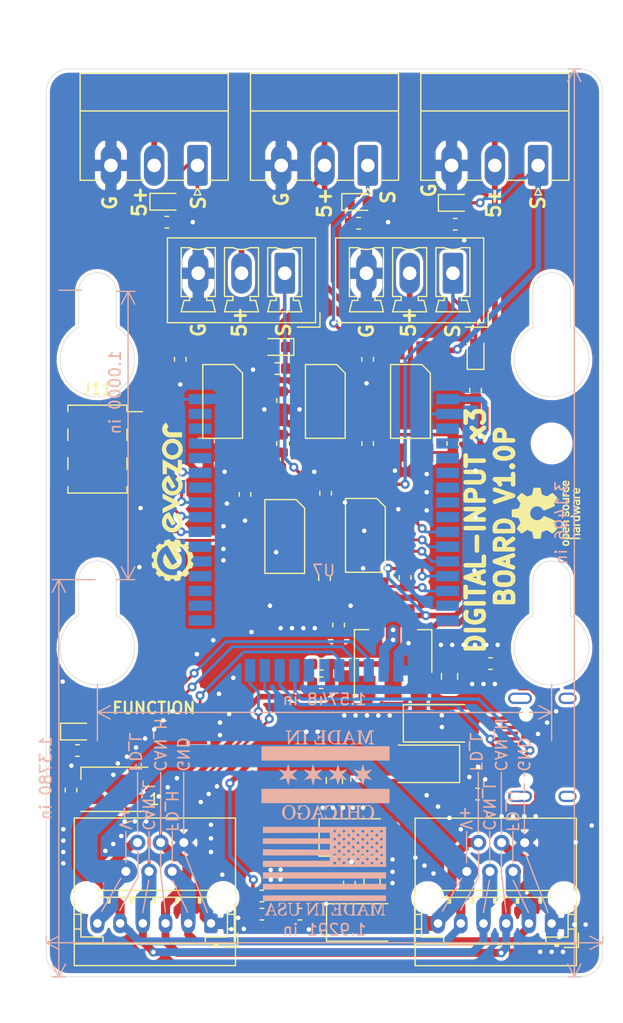
<source format=kicad_pcb>
(kicad_pcb (version 20171130) (host pcbnew "(5.1.5)-3")
  (layers (0 F.Cu signal) (31 B.Cu signal) (34 B.Paste user) (35 F.Paste user) (36 B.SilkS user) (37 F.SilkS user hide) (38 B.Mask user) (39 F.Mask user) (44 Edge.Cuts user))
  (net 0 "")
  (net 1 "Net-(C1-Pad2)")
  (net 2 "Net-(C1-Pad1)")
  (net 3 "Net-(C2-Pad2)")
  (net 4 GND)
  (net 5 /CAN_H)
  (net 6 /CAN_L)
  (net 7 +3V3)
  (net 8 /FD_H)
  (net 9 /FD_L)
  (net 10 "Net-(D3-Pad1)")
  (net 11 /RESET)
  (net 12 /NEO_STATUS)
  (net 13 "Net-(C3-Pad1)")
  (net 14 /BOOT)
  (net 15 /D+)
  (net 16 /CC2)
  (net 17 /D-)
  (net 18 /CC1)
  (net 19 /VREG_OUT)
  (net 20 /USB_VCC)
  (net 21 /GUID_SCL)
  (net 22 /GUID_SDO)
  (net 23 /FUNCTION_BUTTON)
  (net 24 /HBT_LED)
  (net 25 VBUS)
  (net 26 "Net-(D1-Pad1)")
  (net 27 "Net-(D1-Pad2)")
  (net 28 "Net-(D2-Pad1)")
  (net 29 "Net-(D2-Pad2)")
  (net 30 "Net-(D3-Pad2)")
  (net 31 "Net-(D4-Pad1)")
  (net 32 "Net-(D4-Pad2)")
  (net 33 "Net-(D5-Pad2)")
  (net 34 "Net-(D5-Pad1)")
  (net 35 "Net-(D10-Pad1)")
  (net 36 "Net-(D11-Pad1)")
  (net 37 +5V)
  (net 38 "Net-(J6-PadB8)")
  (net 39 "Net-(J6-PadA8)")
  (net 40 "Net-(R6-Pad1)")
  (net 41 "Net-(R7-Pad1)")
  (net 42 "Net-(R8-Pad1)")
  (net 43 "Net-(R9-Pad1)")
  (net 44 "Net-(R10-Pad1)")
  (net 45 "Net-(U7-Pad37)")
  (net 46 "Net-(U7-Pad33)")
  (net 47 "Net-(U7-Pad32)")
  (net 48 "Net-(U7-Pad31)")
  (net 49 "Net-(U7-Pad30)")
  (net 50 "Net-(U7-Pad29)")
  (net 51 "Net-(U7-Pad3)")
  (net 52 "Net-(U7-Pad4)")
  (net 53 "Net-(U7-Pad5)")
  (net 54 "Net-(U7-Pad6)")
  (net 55 "Net-(U7-Pad7)")
  (net 56 "Net-(U7-Pad8)")
  (net 57 "Net-(U7-Pad9)")
  (net 58 "Net-(U7-Pad15)")
  (net 59 "Net-(U7-Pad28)")
  (net 60 "Net-(U7-Pad16)")
  (net 61 "Net-(U7-Pad23)")
  (net 62 "Net-(U7-Pad22)")
  (net 63 /D1,INPUT_1)
  (net 64 /E0,INPUT_2)
  (net 65 /E1,INPUT_3)
  (net 66 /D0,INPUT_4)
  (net 67 /E3,INPUT_5)
  (net 68 /OLED_SDA)
  (net 69 /OLED_SCL)
  (net 70 "Net-(U7-Pad42)")
  (net 71 "Net-(U7-Pad41)")
  (net 72 "Net-(U7-Pad40)")
  (net 73 "Net-(U7-Pad39)")
  (module EvezorLIB:EDGE_STAMP (layer B.Cu) (at 124.94 123.6 180)
    (fp_text reference U7 (at 0 8.4) (layer B.SilkS) (effects (justify mirror)))
    (fp_text value EDGE_STM32F405_CPU_V1)
    (pad 43 smd custom (at 10.9 23.5 90) (size 0.9 2) (layers B.Cu B.Paste B.Mask) (net 4 GND) (options (clearance outline) (anchor rect)) (primitives))
    (pad 42 smd custom (at 10.9 22.2 90) (size 0.9 2) (layers B.Cu B.Paste B.Mask) (net 70 "Net-(U7-Pad42)") (options (clearance outline) (anchor rect)) (primitives))
    (pad 41 smd custom (at 10.9 20.9 90) (size 0.9 2) (layers B.Cu B.Paste B.Mask) (net 71 "Net-(U7-Pad41)") (options (clearance outline) (anchor rect)) (primitives))
    (pad 40 smd custom (at 10.9 19.6 90) (size 0.9 2) (layers B.Cu B.Paste B.Mask) (net 72 "Net-(U7-Pad40)") (options (clearance outline) (anchor rect)) (primitives))
    (pad 39 smd custom (at 10.9 18.3 90) (size 0.9 2) (layers B.Cu B.Paste B.Mask) (net 73 "Net-(U7-Pad39)") (options (clearance outline) (anchor rect)) (primitives))
    (pad 38 smd custom (at 10.9 17 90) (size 0.9 2) (layers B.Cu B.Paste B.Mask) (net 11 /RESET) (options (clearance outline) (anchor rect)) (primitives))
    (pad 37 smd custom (at 10.9 15.7 90) (size 0.9 2) (layers B.Cu B.Paste B.Mask) (net 45 "Net-(U7-Pad37)") (options (clearance outline) (anchor rect)) (primitives))
    (pad 36 smd custom (at 10.9 14.4 90) (size 0.9 2) (layers B.Cu B.Paste B.Mask) (net 14 /BOOT) (options (clearance outline) (anchor rect)) (primitives))
    (pad 35 smd custom (at 10.9 13.1 90) (size 0.9 2) (layers B.Cu B.Paste B.Mask) (net 68 /OLED_SDA) (options (clearance outline) (anchor rect)) (primitives))
    (pad 34 smd custom (at 10.9 11.8 90) (size 0.9 2) (layers B.Cu B.Paste B.Mask) (net 69 /OLED_SCL) (options (clearance outline) (anchor rect)) (primitives))
    (pad 33 smd custom (at 10.9 10.5 90) (size 0.9 2) (layers B.Cu B.Paste B.Mask) (net 46 "Net-(U7-Pad33)") (options (clearance outline) (anchor rect)) (primitives))
    (pad 32 smd custom (at 10.9 9.2 90) (size 0.9 2) (layers B.Cu B.Paste B.Mask) (net 47 "Net-(U7-Pad32)") (options (clearance outline) (anchor rect)) (primitives))
    (pad 31 smd custom (at 10.9 7.9 90) (size 0.9 2) (layers B.Cu B.Paste B.Mask) (net 48 "Net-(U7-Pad31)") (options (clearance outline) (anchor rect)) (primitives))
    (pad 30 smd custom (at 10.9 6.6 90) (size 0.9 2) (layers B.Cu B.Paste B.Mask) (net 49 "Net-(U7-Pad30)") (options (clearance outline) (anchor rect)) (primitives))
    (pad 29 smd custom (at 10.9 5.3 90) (size 0.9 2) (layers B.Cu B.Paste B.Mask) (net 50 "Net-(U7-Pad29)") (options (clearance outline) (anchor rect)) (primitives))
    (pad 1 smd custom (at -10.9 23.5 90) (size 0.9 2) (layers B.Cu B.Paste B.Mask) (net 7 +3V3) (options (clearance outline) (anchor rect)) (primitives))
    (pad 2 smd custom (at -10.9 22.2 90) (size 0.9 2) (layers B.Cu B.Paste B.Mask) (net 4 GND) (options (clearance outline) (anchor rect)) (primitives))
    (pad 3 smd custom (at -10.9 20.9 90) (size 0.9 2) (layers B.Cu B.Paste B.Mask) (net 51 "Net-(U7-Pad3)") (options (clearance outline) (anchor rect)) (primitives))
    (pad 4 smd custom (at -10.9 19.6 90) (size 0.9 2) (layers B.Cu B.Paste B.Mask) (net 52 "Net-(U7-Pad4)") (options (clearance outline) (anchor rect)) (primitives))
    (pad 5 smd custom (at -10.9 18.3 90) (size 0.9 2) (layers B.Cu B.Paste B.Mask) (net 53 "Net-(U7-Pad5)") (options (clearance outline) (anchor rect)) (primitives))
    (pad 6 smd custom (at -10.9 17 90) (size 0.9 2) (layers B.Cu B.Paste B.Mask) (net 54 "Net-(U7-Pad6)") (options (clearance outline) (anchor rect)) (primitives))
    (pad 7 smd custom (at -10.9 15.7 90) (size 0.9 2) (layers B.Cu B.Paste B.Mask) (net 55 "Net-(U7-Pad7)") (options (clearance outline) (anchor rect)) (primitives))
    (pad 8 smd custom (at -10.9 14.4 90) (size 0.9 2) (layers B.Cu B.Paste B.Mask) (net 56 "Net-(U7-Pad8)") (options (clearance outline) (anchor rect)) (primitives))
    (pad 9 smd custom (at -10.9 13.1 90) (size 0.9 2) (layers B.Cu B.Paste B.Mask) (net 57 "Net-(U7-Pad9)") (options (clearance outline) (anchor rect)) (primitives))
    (pad 10 smd custom (at -10.9 11.8 90) (size 0.9 2) (layers B.Cu B.Paste B.Mask) (net 65 /E1,INPUT_3) (options (clearance outline) (anchor rect)) (primitives))
    (pad 11 smd custom (at -10.9 10.5 90) (size 0.9 2) (layers B.Cu B.Paste B.Mask) (net 64 /E0,INPUT_2) (options (clearance outline) (anchor rect)) (primitives))
    (pad 12 smd custom (at -10.9 9.2 90) (size 0.9 2) (layers B.Cu B.Paste B.Mask) (net 63 /D1,INPUT_1) (options (clearance outline) (anchor rect)) (primitives))
    (pad 13 smd custom (at -10.9 7.9 90) (size 0.9 2) (layers B.Cu B.Paste B.Mask) (net 66 /D0,INPUT_4) (options (clearance outline) (anchor rect)) (primitives))
    (pad 14 smd custom (at -10.9 6.6 90) (size 0.9 2) (layers B.Cu B.Paste B.Mask) (net 67 /E3,INPUT_5) (options (clearance outline) (anchor rect)) (primitives))
    (pad 15 smd custom (at -10.9 5.3 90) (size 0.9 2) (layers B.Cu B.Paste B.Mask) (net 58 "Net-(U7-Pad15)") (options (clearance outline) (anchor rect)) (primitives))
    (pad 28 smd custom (at 10.9 4 90) (size 0.9 2) (layers B.Cu B.Paste B.Mask) (net 59 "Net-(U7-Pad28)") (options (clearance outline) (anchor rect)) (primitives))
    (pad 16 smd custom (at -10.9 4 90) (size 0.9 2) (layers B.Cu B.Paste B.Mask) (net 60 "Net-(U7-Pad16)") (options (clearance outline) (anchor rect)) (primitives))
    (pad 27 smd custom (at 6.5 -0.4 180) (size 0.9 2) (layers B.Cu B.Paste B.Mask) (net 6 /CAN_L) (options (clearance outline) (anchor rect)) (primitives))
    (pad 26 smd custom (at 5.2 -0.4 180) (size 0.9 2) (layers B.Cu B.Paste B.Mask) (net 5 /CAN_H) (options (clearance outline) (anchor rect)) (primitives))
    (pad 25 smd custom (at 3.9 -0.4 180) (size 0.9 2) (layers B.Cu B.Paste B.Mask) (net 15 /D+) (options (clearance outline) (anchor rect)) (primitives))
    (pad 24 smd custom (at 2.6 -0.4 180) (size 0.9 2) (layers B.Cu B.Paste B.Mask) (net 17 /D-) (options (clearance outline) (anchor rect)) (primitives))
    (pad 23 smd custom (at 1.3 -0.4 180) (size 0.9 2) (layers B.Cu B.Paste B.Mask) (net 61 "Net-(U7-Pad23)") (options (clearance outline) (anchor rect)) (primitives))
    (pad 22 smd custom (at -0.06 -0.4 180) (size 0.9 2) (layers B.Cu B.Paste B.Mask) (net 62 "Net-(U7-Pad22)") (options (clearance outline) (anchor rect)) (primitives))
    (pad 21 smd custom (at -1.36 -0.4 180) (size 0.9 2) (layers B.Cu B.Paste B.Mask) (net 23 /FUNCTION_BUTTON) (options (clearance outline) (anchor rect)) (primitives))
    (pad 20 smd custom (at -2.66 -0.4 180) (size 0.9 2) (layers B.Cu B.Paste B.Mask) (net 24 /HBT_LED) (options (clearance outline) (anchor rect)) (primitives))
    (pad 19 smd custom (at -3.96 -0.4 180) (size 0.9 2) (layers B.Cu B.Paste B.Mask) (net 12 /NEO_STATUS) (options (clearance outline) (anchor rect)) (primitives))
    (pad 18 smd custom (at -5.26 -0.4 180) (size 0.9 2) (layers B.Cu B.Paste B.Mask) (net 7 +3V3) (options (clearance outline) (anchor rect)) (primitives))
    (pad 17 smd custom (at -6.56 -0.4 180) (size 0.9 2) (layers B.Cu B.Paste B.Mask) (net 4 GND) (options (clearance outline) (anchor rect)) (primitives))
  )
  (module Symbol:OSHW-Logo_5.7x6mm_SilkScreen (layer F.Cu) (at 144.5 110.16 90)
    (fp_text reference REF** hide)
    (fp_text value OSHW-Logo_5.7x6mm_SilkScreen hide)
  )
  (module Evezor_extras:MADE_IN_CHICAGO (layer B.Cu) (at 125.1 133.2 180)
    (fp_text reference G*** hide)
    (fp_text value LOGO hide)
  )
  (module "Evezor_extras:MADE IN USA" (layer B.Cu) (at 125 141.7 180)
    (fp_text reference G*** hide)
    (fp_text value LOGO hide)
  )
  (module EvezorLIB:LOGO_37 (layer F.Cu) (at 111.6 114.3 90)
    (fp_text reference G*** hide)
    (fp_text value LOGO hide)
  )
  (module EvezorLIB:evezor_18 (layer F.Cu) (at 111.6 107 90)
    (fp_text reference G*** hide)
    (fp_text value LOGO hide)
  )
  (module LED_SMD:LED_SK6812MINI_PLCC4_3.5x3.5mm_P1.75mm (layer F.Cu) (at 106.5 134.475 180)
    (fp_text reference D11)
    (fp_text value SK6812MINI)
    (fp_text user 1 (at -3.5 -0.875) (layer F.SilkS))
    (pad 1 smd rect (at -1.75 -0.875 180) (size 1.6 0.85) (layers F.Cu F.Paste F.Mask) (net 36 "Net-(D11-Pad1)"))
    (pad 2 smd rect (at -1.75 0.875 180) (size 1.6 0.85) (layers F.Cu F.Paste F.Mask) (net 4 GND))
    (pad 4 smd rect (at 1.75 -0.875 180) (size 1.6 0.85) (layers F.Cu F.Paste F.Mask) (net 7 +3V3))
    (pad 3 smd rect (at 1.75 0.875 180) (size 1.6 0.85) (layers F.Cu F.Paste F.Mask) (net 12 /NEO_STATUS))
  )
  (module EvezorLIB:USB_C_Receptacle_HRO_TYPE-C-31-M-12 (layer F.Cu) (at 145.35 130.78 90)
    (fp_text reference J6)
    (fp_text value USB_C_Receptacle_USB2.0)
    (pad B1 smd rect (at 3.25 -4.045 90) (size 0.6 1.45) (layers F.Cu F.Paste F.Mask) (net 4 GND))
    (pad A9 smd rect (at 2.45 -4.045 90) (size 0.6 1.45) (layers F.Cu F.Paste F.Mask) (net 20 /USB_VCC))
    (pad B9 smd rect (at -2.45 -4.045 90) (size 0.6 1.45) (layers F.Cu F.Paste F.Mask) (net 20 /USB_VCC))
    (pad B12 smd rect (at -3.25 -4.045 90) (size 0.6 1.45) (layers F.Cu F.Paste F.Mask) (net 4 GND))
    (pad A1 smd rect (at -3.25 -4.045 90) (size 0.6 1.45) (layers F.Cu F.Paste F.Mask) (net 4 GND))
    (pad A4 smd rect (at -2.45 -4.045 90) (size 0.6 1.45) (layers F.Cu F.Paste F.Mask) (net 20 /USB_VCC))
    (pad B4 smd rect (at 2.45 -4.045 90) (size 0.6 1.45) (layers F.Cu F.Paste F.Mask) (net 20 /USB_VCC))
    (pad A12 smd rect (at 3.25 -4.045 90) (size 0.6 1.45) (layers F.Cu F.Paste F.Mask) (net 4 GND))
    (pad B8 smd rect (at -1.75 -4.045 90) (size 0.3 1.45) (layers F.Cu F.Paste F.Mask) (net 38 "Net-(J6-PadB8)"))
    (pad A5 smd rect (at -1.25 -4.045 90) (size 0.3 1.45) (layers F.Cu F.Paste F.Mask) (net 18 /CC1))
    (pad B7 smd rect (at -0.75 -4.045 90) (size 0.3 1.45) (layers F.Cu F.Paste F.Mask) (net 17 /D-))
    (pad A7 smd rect (at 0.25 -4.045 90) (size 0.3 1.45) (layers F.Cu F.Paste F.Mask) (net 17 /D-))
    (pad B6 smd rect (at 0.75 -4.045 90) (size 0.3 1.45) (layers F.Cu F.Paste F.Mask) (net 15 /D+))
    (pad A8 smd rect (at 1.25 -4.045 90) (size 0.3 1.45) (layers F.Cu F.Paste F.Mask) (net 39 "Net-(J6-PadA8)"))
    (pad B5 smd rect (at 1.75 -4.045 90) (size 0.3 1.45) (layers F.Cu F.Paste F.Mask) (net 16 /CC2))
    (pad A6 smd rect (at -0.25 -4.045 90) (size 0.3 1.45) (layers F.Cu F.Paste F.Mask) (net 15 /D+))
    (pad "" thru_hole oval (at 4.32 -3.13 90) (size 1 2.1) (drill oval 0.6 1.7) (layers *.Cu *.Mask))
    (pad "" thru_hole oval (at -4.32 -3.13 90) (size 1 2.1) (drill oval 0.6 1.7) (layers *.Cu *.Mask))
    (pad "" np_thru_hole circle (at -2.89 -2.6 90) (size 0.65 0.65) (drill 0.65) (layers *.Cu *.Mask))
    (pad "" thru_hole oval (at -4.32 1.05 90) (size 1 1.6) (drill oval 0.6 1.2) (layers *.Cu *.Mask))
    (pad "" np_thru_hole circle (at 2.89 -2.6 90) (size 0.65 0.65) (drill 0.65) (layers *.Cu *.Mask))
    (pad "" thru_hole oval (at 4.32 1.05 90) (size 1 1.6) (drill oval 0.6 1.2) (layers *.Cu *.Mask))
  )
  (module Capacitor_SMD:C_0603_1608Metric (layer F.Cu) (at 102.68 134.5425 270)
    (fp_text reference C10)
    (fp_text value C_Small)
    (pad 2 smd roundrect (at 0.7875 0 270) (size 0.875 0.95) (layers F.Cu F.Paste F.Mask) (net 7 +3V3))
    (pad 1 smd roundrect (at -0.7875 0 270) (size 0.875 0.95) (layers F.Cu F.Paste F.Mask) (net 4 GND))
  )
  (module Connector_JST:JST_PH_B6B-PH-K_1x06_P2.00mm_Vertical (layer F.Cu) (at 115 146.29 180)
    (fp_text reference J8)
    (fp_text value PH)
    (pad 6 thru_hole oval (at 10 0 180) (size 1.2 1.75) (drill 0.75) (layers *.Cu *.Mask) (net 25 VBUS))
    (pad 5 thru_hole oval (at 8 0 180) (size 1.2 1.75) (drill 0.75) (layers *.Cu *.Mask) (net 9 /FD_L))
    (pad 4 thru_hole oval (at 6 0 180) (size 1.2 1.75) (drill 0.75) (layers *.Cu *.Mask) (net 6 /CAN_L))
    (pad 3 thru_hole oval (at 4 0 180) (size 1.2 1.75) (drill 0.75) (layers *.Cu *.Mask) (net 5 /CAN_H))
    (pad 2 thru_hole oval (at 2 0 180) (size 1.2 1.75) (drill 0.75) (layers *.Cu *.Mask) (net 8 /FD_H))
    (pad 1 thru_hole roundrect (at 0 0 180) (size 1.2 1.75) (drill 0.75) (layers *.Cu *.Mask) (roundrect_rratio 0.208333) (net 4 GND))
  )
  (module Capacitor_SMD:C_0603_1608Metric (layer F.Cu) (at 127.83 133.5975 270)
    (fp_text reference C5)
    (fp_text value .1uF)
    (pad 2 smd roundrect (at 0.7875 0 270) (size 0.875 0.95) (layers F.Cu F.Paste F.Mask) (net 4 GND))
    (pad 1 smd roundrect (at -0.7875 0 270) (size 0.875 0.95) (layers F.Cu F.Paste F.Mask) (net 19 /VREG_OUT))
  )
  (module Capacitor_SMD:C_0805_2012Metric (layer F.Cu) (at 125.87 133.7 270)
    (fp_text reference C6)
    (fp_text value 22uF)
    (pad 2 smd roundrect (at 0.9375 0 270) (size 0.975 1.4) (layers F.Cu F.Paste F.Mask) (net 4 GND))
    (pad 1 smd roundrect (at -0.9375 0 270) (size 0.975 1.4) (layers F.Cu F.Paste F.Mask) (net 19 /VREG_OUT))
  )
  (module Capacitor_SMD:C_0603_1608Metric (layer F.Cu) (at 122.5625 139.71 180)
    (fp_text reference C1)
    (fp_text value .1uF)
    (pad 2 smd roundrect (at 0.7875 0 180) (size 0.875 0.95) (layers F.Cu F.Paste F.Mask) (net 1 "Net-(C1-Pad2)"))
    (pad 1 smd roundrect (at -0.7875 0 180) (size 0.875 0.95) (layers F.Cu F.Paste F.Mask) (net 2 "Net-(C1-Pad1)"))
  )
  (module Capacitor_SMD:C_0603_1608Metric (layer F.Cu) (at 119.4825 143.88)
    (fp_text reference C2)
    (fp_text value .1uF)
    (pad 2 smd roundrect (at 0.7875 0) (size 0.875 0.95) (layers F.Cu F.Paste F.Mask) (net 3 "Net-(C2-Pad2)"))
    (pad 1 smd roundrect (at -0.7875 0) (size 0.875 0.95) (layers F.Cu F.Paste F.Mask) (net 19 /VREG_OUT))
  )
  (module Capacitor_SMD:C_0805_2012Metric (layer F.Cu) (at 129.19 142.5975 90)
    (fp_text reference C4)
    (fp_text value 4.7uF)
    (pad 2 smd roundrect (at 0.9375 0 90) (size 0.975 1.4) (layers F.Cu F.Paste F.Mask) (net 4 GND))
    (pad 1 smd roundrect (at -0.9375 0 90) (size 0.975 1.4) (layers F.Cu F.Paste F.Mask) (net 13 "Net-(C3-Pad1)"))
  )
  (module EvezorLIB:RJ11_C189747_Horizontal (layer F.Cu) (at 140.079999 141.719999 180)
    (fp_text reference J9)
    (fp_text value RJ11)
    (pad "" np_thru_hole circle (at 6 -2.3) (size 2.3 2.3) (drill 2.3) (layers *.Cu *.Mask))
    (pad "" np_thru_hole circle (at -6 -2.3 180) (size 2.3 2.3) (drill 2.3) (layers *.Cu *.Mask))
    (pad 5 thru_hole circle (at 1.53 2.54 180) (size 1.39 1.39) (drill 0.79) (layers *.Cu *.Mask) (net 9 /FD_L))
    (pad 3 thru_hole circle (at -0.51 2.54 180) (size 1.39 1.39) (drill 0.79) (layers *.Cu *.Mask) (net 5 /CAN_H))
    (pad 1 thru_hole circle (at -2.55 2.54 180) (size 1.39 1.39) (drill 0.79) (layers *.Cu *.Mask) (net 4 GND))
    (pad 6 thru_hole circle (at 2.55 0 180) (size 1.39 1.39) (drill 0.79) (layers *.Cu *.Mask) (net 25 VBUS))
    (pad 4 thru_hole circle (at 0.51 0 180) (size 1.39 1.39) (drill 0.79) (layers *.Cu *.Mask) (net 6 /CAN_L))
    (pad 2 thru_hole circle (at -1.53 0 180) (size 1.39 1.39) (drill 0.79) (layers *.Cu *.Mask) (net 8 /FD_H))
  )
  (module EvezorLIB:RJ11_C189747_Horizontal (layer F.Cu) (at 110.059999 141.709999 180)
    (fp_text reference J10)
    (fp_text value RJ11)
    (pad "" np_thru_hole circle (at 6 -2.3) (size 2.3 2.3) (drill 2.3) (layers *.Cu *.Mask))
    (pad "" np_thru_hole circle (at -6 -2.3 180) (size 2.3 2.3) (drill 2.3) (layers *.Cu *.Mask))
    (pad 5 thru_hole circle (at 1.53 2.54 180) (size 1.39 1.39) (drill 0.79) (layers *.Cu *.Mask) (net 9 /FD_L))
    (pad 3 thru_hole circle (at -0.51 2.54 180) (size 1.39 1.39) (drill 0.79) (layers *.Cu *.Mask) (net 5 /CAN_H))
    (pad 1 thru_hole circle (at -2.55 2.54 180) (size 1.39 1.39) (drill 0.79) (layers *.Cu *.Mask) (net 4 GND))
    (pad 6 thru_hole circle (at 2.55 0 180) (size 1.39 1.39) (drill 0.79) (layers *.Cu *.Mask) (net 25 VBUS))
    (pad 4 thru_hole circle (at 0.51 0 180) (size 1.39 1.39) (drill 0.79) (layers *.Cu *.Mask) (net 6 /CAN_L))
    (pad 2 thru_hole circle (at -1.53 0 180) (size 1.39 1.39) (drill 0.79) (layers *.Cu *.Mask) (net 8 /FD_H))
  )
  (module Connector_JST:JST_PH_B6B-PH-K_1x06_P2.00mm_Vertical (layer F.Cu) (at 145 146.3 180)
    (fp_text reference J7)
    (fp_text value PH)
    (pad 6 thru_hole oval (at 10 0 180) (size 1.2 1.75) (drill 0.75) (layers *.Cu *.Mask) (net 25 VBUS))
    (pad 5 thru_hole oval (at 8 0 180) (size 1.2 1.75) (drill 0.75) (layers *.Cu *.Mask) (net 9 /FD_L))
    (pad 4 thru_hole oval (at 6 0 180) (size 1.2 1.75) (drill 0.75) (layers *.Cu *.Mask) (net 6 /CAN_L))
    (pad 3 thru_hole oval (at 4 0 180) (size 1.2 1.75) (drill 0.75) (layers *.Cu *.Mask) (net 5 /CAN_H))
    (pad 2 thru_hole oval (at 2 0 180) (size 1.2 1.75) (drill 0.75) (layers *.Cu *.Mask) (net 8 /FD_H))
    (pad 1 thru_hole roundrect (at 0 0 180) (size 1.2 1.75) (drill 0.75) (layers *.Cu *.Mask) (roundrect_rratio 0.208333) (net 4 GND))
  )
  (module Resistor_SMD:R_0603_1608Metric (layer F.Cu) (at 122.8375 145.48 180)
    (fp_text reference R16)
    (fp_text value 15k)
    (pad 2 smd roundrect (at 0.7875 0 180) (size 0.875 0.95) (layers F.Cu F.Paste F.Mask) (net 3 "Net-(C2-Pad2)"))
    (pad 1 smd roundrect (at -0.7875 0 180) (size 0.875 0.95) (layers F.Cu F.Paste F.Mask) (net 4 GND))
  )
  (module Resistor_SMD:R_0603_1608Metric (layer F.Cu) (at 119.4825 145.48)
    (fp_text reference R17)
    (fp_text value 82k)
    (pad 2 smd roundrect (at 0.7875 0) (size 0.875 0.95) (layers F.Cu F.Paste F.Mask) (net 3 "Net-(C2-Pad2)"))
    (pad 1 smd roundrect (at -0.7875 0) (size 0.875 0.95) (layers F.Cu F.Paste F.Mask) (net 19 /VREG_OUT))
  )
  (module Package_TO_SOT_SMD:SOT-23-6 (layer F.Cu) (at 123.65 142.46)
    (fp_text reference U6)
    (fp_text value SY8401ABC)
    (pad 5 smd rect (at 1.1 0) (size 1.06 0.65) (layers F.Cu F.Paste F.Mask) (net 13 "Net-(C3-Pad1)"))
    (pad 6 smd rect (at 1.1 -0.95) (size 1.06 0.65) (layers F.Cu F.Paste F.Mask) (net 2 "Net-(C1-Pad1)"))
    (pad 4 smd rect (at 1.1 0.95) (size 1.06 0.65) (layers F.Cu F.Paste F.Mask) (net 13 "Net-(C3-Pad1)"))
    (pad 3 smd rect (at -1.1 0.95) (size 1.06 0.65) (layers F.Cu F.Paste F.Mask) (net 3 "Net-(C2-Pad2)"))
    (pad 2 smd rect (at -1.1 0) (size 1.06 0.65) (layers F.Cu F.Paste F.Mask) (net 4 GND))
    (pad 1 smd rect (at -1.1 -0.95) (size 1.06 0.65) (layers F.Cu F.Paste F.Mask) (net 1 "Net-(C1-Pad2)"))
  )
  (module Capacitor_SMD:C_0603_1608Metric (layer F.Cu) (at 127.19 142.7475 90)
    (fp_text reference C3)
    (fp_text value .1uF)
    (pad 2 smd roundrect (at 0.7875 0 90) (size 0.875 0.95) (layers F.Cu F.Paste F.Mask) (net 4 GND))
    (pad 1 smd roundrect (at -0.7875 0 90) (size 0.875 0.95) (layers F.Cu F.Paste F.Mask) (net 13 "Net-(C3-Pad1)"))
  )
  (module Diode_SMD:D_SMA (layer F.Cu) (at 127.92 138.72)
    (fp_text reference D6)
    (fp_text value SX35_SCHOTTKY)
    (pad 2 smd rect (at 2 0) (size 2.5 1.8) (layers F.Cu F.Paste F.Mask) (net 4 GND))
    (pad 1 smd rect (at -2 0) (size 2.5 1.8) (layers F.Cu F.Paste F.Mask) (net 2 "Net-(C1-Pad1)"))
  )
  (module LED_SMD:LED_0603_1608Metric (layer F.Cu) (at 103.2425 129.39)
    (fp_text reference D10)
    (fp_text value LED)
    (pad 2 smd roundrect (at 0.7875 0) (size 0.875 0.95) (layers F.Cu F.Paste F.Mask) (net 24 /HBT_LED))
    (pad 1 smd roundrect (at -0.7875 0) (size 0.875 0.95) (layers F.Cu F.Paste F.Mask) (net 35 "Net-(D10-Pad1)"))
  )
  (module EvezorLIB:INDUCTOR_7.5X6.6_GCDA0630-220MC (layer F.Cu) (at 120.84 134.845 90)
    (fp_text reference L1)
    (fp_text value 22uH)
    (pad 2 smd rect (at 2.695 0 90) (size 1.98 3.43) (layers F.Cu F.Paste F.Mask) (net 19 /VREG_OUT))
    (pad 1 smd rect (at -2.695 0 90) (size 1.98 3.43) (layers F.Cu F.Paste F.Mask) (net 2 "Net-(C1-Pad1)"))
  )
  (module Resistor_SMD:R_0603_1608Metric (layer F.Cu) (at 103.2425 131.06 180)
    (fp_text reference R21)
    (fp_text value 15k)
    (pad 2 smd roundrect (at 0.7875 0 180) (size 0.875 0.95) (layers F.Cu F.Paste F.Mask) (net 35 "Net-(D10-Pad1)"))
    (pad 1 smd roundrect (at -0.7875 0 180) (size 0.875 0.95) (layers F.Cu F.Paste F.Mask) (net 4 GND))
  )
  (module Package_TO_SOT_SMD:SOT-223-3_TabPin2 (layer F.Cu) (at 131.04 122.32 90)
    (fp_text reference U8)
    (fp_text value AMS1117-3.3)
    (pad 1 smd rect (at -3.15 -2.3 90) (size 2 1.5) (layers F.Cu F.Paste F.Mask) (net 4 GND))
    (pad 3 smd rect (at -3.15 2.3 90) (size 2 1.5) (layers F.Cu F.Paste F.Mask) (net 37 +5V))
    (pad 2 smd rect (at -3.15 0 90) (size 2 1.5) (layers F.Cu F.Paste F.Mask) (net 7 +3V3))
    (pad 2 smd rect (at 3.15 0 90) (size 2 3.8) (layers F.Cu F.Paste F.Mask) (net 7 +3V3))
  )
  (module Diode_SMD:D_SMA (layer F.Cu) (at 128.58 146.21)
    (fp_text reference D7)
    (fp_text value SX35_SCHOTTKY)
    (pad 1 smd rect (at -2 0) (size 2.5 1.8) (layers F.Cu F.Paste F.Mask) (net 13 "Net-(C3-Pad1)"))
    (pad 2 smd rect (at 2 0) (size 2.5 1.8) (layers F.Cu F.Paste F.Mask) (net 25 VBUS))
  )
  (module Resistor_SMD:R_0603_1608Metric (layer F.Cu) (at 139.6125 123.4 180)
    (fp_text reference R18)
    (fp_text value 5.1k)
    (pad 2 smd roundrect (at 0.7875 0 180) (size 0.875 0.95) (layers F.Cu F.Paste F.Mask) (net 4 GND))
    (pad 1 smd roundrect (at -0.7875 0 180) (size 0.875 0.95) (layers F.Cu F.Paste F.Mask) (net 16 /CC2))
  )
  (module Resistor_SMD:R_0603_1608Metric (layer F.Cu) (at 138.4875 134.9 180)
    (fp_text reference R19)
    (fp_text value 5.1k)
    (pad 1 smd roundrect (at -0.7875 0 180) (size 0.875 0.95) (layers F.Cu F.Paste F.Mask) (net 18 /CC1))
    (pad 2 smd roundrect (at 0.7875 0 180) (size 0.875 0.95) (layers F.Cu F.Paste F.Mask) (net 4 GND))
  )
  (module Diode_SMD:D_SMA (layer F.Cu) (at 135.34 128.66)
    (fp_text reference D8)
    (fp_text value SX35_SCHOTTKY)
    (pad 2 smd rect (at 2 0) (size 2.5 1.8) (layers F.Cu F.Paste F.Mask) (net 20 /USB_VCC))
    (pad 1 smd rect (at -2 0) (size 2.5 1.8) (layers F.Cu F.Paste F.Mask) (net 37 +5V))
  )
  (module Diode_SMD:D_SMA (layer F.Cu) (at 133.5 132.23 180)
    (fp_text reference D9)
    (fp_text value SX35_SCHOTTKY)
    (pad 1 smd rect (at -2 0 180) (size 2.5 1.8) (layers F.Cu F.Paste F.Mask) (net 37 +5V))
    (pad 2 smd rect (at 2 0 180) (size 2.5 1.8) (layers F.Cu F.Paste F.Mask) (net 19 /VREG_OUT))
  )
  (module Resistor_SMD:R_0603_1608Metric (layer F.Cu) (at 124.7125 123.45)
    (fp_text reference R20)
    (fp_text value R_Small)
    (pad 2 smd roundrect (at 0.7875 0) (size 0.875 0.95) (layers F.Cu F.Paste F.Mask) (net 7 +3V3))
    (pad 1 smd roundrect (at -0.7875 0) (size 0.875 0.95) (layers F.Cu F.Paste F.Mask) (net 22 /GUID_SDO))
  )
  (module Resistor_SMD:R_0603_1608Metric (layer F.Cu) (at 124.6975 125.09)
    (fp_text reference R22)
    (fp_text value R_Small)
    (pad 1 smd roundrect (at -0.7875 0) (size 0.875 0.95) (layers F.Cu F.Paste F.Mask) (net 21 /GUID_SCL))
    (pad 2 smd roundrect (at 0.7875 0) (size 0.875 0.95) (layers F.Cu F.Paste F.Mask) (net 7 +3V3))
  )
  (module EvezorLIB:SWITCH_2x3_SMD_TACTILE_GREEN (layer F.Cu) (at 110.05 129.9 180)
    (fp_text reference SW1)
    (fp_text value SW_Push)
    (pad 1 smd rect (at -3.85 0 180) (size 1.5 1.2) (layers F.Cu F.Paste F.Mask) (net 23 /FUNCTION_BUTTON))
    (pad 2 smd rect (at 3.85 0 180) (size 1.5 1.2) (layers F.Cu F.Paste F.Mask) (net 4 GND))
  )
  (module Capacitor_SMD:C_0805_2012Metric (layer F.Cu) (at 136.01 124.5275 90)
    (fp_text reference C7)
    (fp_text value 10uF)
    (pad 1 smd roundrect (at -0.9375 0 90) (size 0.975 1.4) (layers F.Cu F.Paste F.Mask) (net 37 +5V))
    (pad 2 smd roundrect (at 0.9375 0 90) (size 0.975 1.4) (layers F.Cu F.Paste F.Mask) (net 4 GND))
  )
  (module Capacitor_SMD:C_0603_1608Metric (layer F.Cu) (at 126.24 120.0025 270)
    (fp_text reference C9)
    (fp_text value .1uF)
    (pad 1 smd roundrect (at -0.7875 0 270) (size 0.875 0.95) (layers F.Cu F.Paste F.Mask) (net 7 +3V3))
    (pad 2 smd roundrect (at 0.7875 0 270) (size 0.875 0.95) (layers F.Cu F.Paste F.Mask) (net 4 GND))
  )
  (module LED_SMD:LED_0603_1608Metric (layer F.Cu) (at 111.1125 82.7)
    (fp_text reference D1)
    (fp_text value LED)
    (pad 1 smd roundrect (at -0.7875 0) (size 0.875 0.95) (layers F.Cu F.Paste F.Mask) (net 26 "Net-(D1-Pad1)"))
    (pad 2 smd roundrect (at 0.7875 0) (size 0.875 0.95) (layers F.Cu F.Paste F.Mask) (net 27 "Net-(D1-Pad2)"))
  )
  (module LED_SMD:LED_0603_1608Metric (layer F.Cu) (at 128.0125 82.725001)
    (fp_text reference D2)
    (fp_text value LED)
    (pad 1 smd roundrect (at -0.7875 0) (size 0.875 0.95) (layers F.Cu F.Paste F.Mask) (net 28 "Net-(D2-Pad1)"))
    (pad 2 smd roundrect (at 0.7875 0) (size 0.875 0.95) (layers F.Cu F.Paste F.Mask) (net 29 "Net-(D2-Pad2)"))
  )
  (module LED_SMD:LED_0603_1608Metric (layer F.Cu) (at 136.5125 82.8)
    (fp_text reference D3)
    (fp_text value LED)
    (pad 2 smd roundrect (at 0.7875 0) (size 0.875 0.95) (layers F.Cu F.Paste F.Mask) (net 30 "Net-(D3-Pad2)"))
    (pad 1 smd roundrect (at -0.7875 0) (size 0.875 0.95) (layers F.Cu F.Paste F.Mask) (net 10 "Net-(D3-Pad1)"))
  )
  (module LED_SMD:LED_0603_1608Metric (layer F.Cu) (at 120.8125 95.5 180)
    (fp_text reference D4)
    (fp_text value LED)
    (pad 1 smd roundrect (at -0.7875 0 180) (size 0.875 0.95) (layers F.Cu F.Paste F.Mask) (net 31 "Net-(D4-Pad1)"))
    (pad 2 smd roundrect (at 0.7875 0 180) (size 0.875 0.95) (layers F.Cu F.Paste F.Mask) (net 32 "Net-(D4-Pad2)"))
  )
  (module LED_SMD:LED_0603_1608Metric (layer F.Cu) (at 138.3 95.9875 90)
    (fp_text reference D5)
    (fp_text value LED)
    (pad 2 smd roundrect (at 0.7875 0 90) (size 0.875 0.95) (layers F.Cu F.Paste F.Mask) (net 33 "Net-(D5-Pad2)"))
    (pad 1 smd roundrect (at -0.7875 0 90) (size 0.875 0.95) (layers F.Cu F.Paste F.Mask) (net 34 "Net-(D5-Pad1)"))
  )
  (module Connector_Phoenix_MC:PhoenixContact_MC_1,5_3-G-3.81_1x03_P3.81mm_Horizontal (layer F.Cu) (at 113.81 79.5 180)
    (fp_text reference J1)
    (fp_text value INPUT_1)
    (pad 1 thru_hole roundrect (at 0 0 180) (size 1.8 3.6) (drill 1.2) (layers *.Cu *.Mask) (roundrect_rratio 0.138889) (net 27 "Net-(D1-Pad2)"))
    (pad 2 thru_hole oval (at 3.81 0 180) (size 1.8 3.6) (drill 1.2) (layers *.Cu *.Mask) (net 37 +5V))
    (pad 3 thru_hole oval (at 7.62 0 180) (size 1.8 3.6) (drill 1.2) (layers *.Cu *.Mask) (net 4 GND))
  )
  (module Connector_Phoenix_MC:PhoenixContact_MC_1,5_3-G-3.81_1x03_P3.81mm_Horizontal (layer F.Cu) (at 128.81 79.5 180)
    (fp_text reference J2)
    (fp_text value INPUT_2)
    (pad 3 thru_hole oval (at 7.62 0 180) (size 1.8 3.6) (drill 1.2) (layers *.Cu *.Mask) (net 4 GND))
    (pad 2 thru_hole oval (at 3.81 0 180) (size 1.8 3.6) (drill 1.2) (layers *.Cu *.Mask) (net 37 +5V))
    (pad 1 thru_hole roundrect (at 0 0 180) (size 1.8 3.6) (drill 1.2) (layers *.Cu *.Mask) (roundrect_rratio 0.138889) (net 29 "Net-(D2-Pad2)"))
  )
  (module Connector_Phoenix_MC:PhoenixContact_MC_1,5_3-G-3.81_1x03_P3.81mm_Horizontal (layer F.Cu) (at 143.81 79.5 180)
    (fp_text reference J3)
    (fp_text value INPUT_3)
    (pad 1 thru_hole roundrect (at 0 0 180) (size 1.8 3.6) (drill 1.2) (layers *.Cu *.Mask) (roundrect_rratio 0.138889) (net 30 "Net-(D3-Pad2)"))
    (pad 2 thru_hole oval (at 3.81 0 180) (size 1.8 3.6) (drill 1.2) (layers *.Cu *.Mask) (net 37 +5V))
    (pad 3 thru_hole oval (at 7.62 0 180) (size 1.8 3.6) (drill 1.2) (layers *.Cu *.Mask) (net 4 GND))
  )
  (module Connector_Phoenix_MC:PhoenixContact_MCV_1,5_3-G-3.81_1x03_P3.81mm_Vertical (layer F.Cu) (at 121.5 89 180)
    (fp_text reference J4)
    (fp_text value INPUT_4)
    (pad 1 thru_hole roundrect (at 0 0 180) (size 1.8 3.6) (drill 1.2) (layers *.Cu *.Mask) (roundrect_rratio 0.138889) (net 32 "Net-(D4-Pad2)"))
    (pad 2 thru_hole oval (at 3.81 0 180) (size 1.8 3.6) (drill 1.2) (layers *.Cu *.Mask) (net 37 +5V))
    (pad 3 thru_hole oval (at 7.62 0 180) (size 1.8 3.6) (drill 1.2) (layers *.Cu *.Mask) (net 4 GND))
  )
  (module Connector_Phoenix_MC:PhoenixContact_MCV_1,5_3-G-3.81_1x03_P3.81mm_Vertical (layer F.Cu) (at 136.31 89 180)
    (fp_text reference J5)
    (fp_text value INPUT_5)
    (pad 3 thru_hole oval (at 7.62 0 180) (size 1.8 3.6) (drill 1.2) (layers *.Cu *.Mask) (net 4 GND))
    (pad 2 thru_hole oval (at 3.81 0 180) (size 1.8 3.6) (drill 1.2) (layers *.Cu *.Mask) (net 37 +5V))
    (pad 1 thru_hole roundrect (at 0 0 180) (size 1.8 3.6) (drill 1.2) (layers *.Cu *.Mask) (roundrect_rratio 0.138889) (net 33 "Net-(D5-Pad2)"))
  )
  (module Resistor_SMD:R_0603_1608Metric (layer F.Cu) (at 111.1125 84.5)
    (fp_text reference R1)
    (fp_text value TBD)
    (pad 1 smd roundrect (at -0.7875 0) (size 0.875 0.95) (layers F.Cu F.Paste F.Mask) (net 26 "Net-(D1-Pad1)"))
    (pad 2 smd roundrect (at 0.7875 0) (size 0.875 0.95) (layers F.Cu F.Paste F.Mask) (net 4 GND))
  )
  (module Resistor_SMD:R_0603_1608Metric (layer F.Cu) (at 128.0125 84.6)
    (fp_text reference R2)
    (fp_text value TBD)
    (pad 2 smd roundrect (at 0.7875 0) (size 0.875 0.95) (layers F.Cu F.Paste F.Mask) (net 4 GND))
    (pad 1 smd roundrect (at -0.7875 0) (size 0.875 0.95) (layers F.Cu F.Paste F.Mask) (net 28 "Net-(D2-Pad1)"))
  )
  (module Resistor_SMD:R_0603_1608Metric (layer F.Cu) (at 136.5125 84.685001)
    (fp_text reference R3)
    (fp_text value TBD)
    (pad 1 smd roundrect (at -0.7875 0) (size 0.875 0.95) (layers F.Cu F.Paste F.Mask) (net 10 "Net-(D3-Pad1)"))
    (pad 2 smd roundrect (at 0.7875 0) (size 0.875 0.95) (layers F.Cu F.Paste F.Mask) (net 4 GND))
  )
  (module Resistor_SMD:R_0603_1608Metric (layer F.Cu) (at 120.8125 97.4 180)
    (fp_text reference R4)
    (fp_text value TBD)
    (pad 2 smd roundrect (at 0.7875 0 180) (size 0.875 0.95) (layers F.Cu F.Paste F.Mask) (net 4 GND))
    (pad 1 smd roundrect (at -0.7875 0 180) (size 0.875 0.95) (layers F.Cu F.Paste F.Mask) (net 31 "Net-(D4-Pad1)"))
  )
  (module Resistor_SMD:R_0603_1608Metric (layer F.Cu) (at 138.3 99.3 270)
    (fp_text reference R5)
    (fp_text value TBD)
    (pad 1 smd roundrect (at -0.7875 0 270) (size 0.875 0.95) (layers F.Cu F.Paste F.Mask) (net 34 "Net-(D5-Pad1)"))
    (pad 2 smd roundrect (at 0.7875 0 270) (size 0.875 0.95) (layers F.Cu F.Paste F.Mask) (net 4 GND))
  )
  (module Resistor_SMD:R_0603_1608Metric (layer F.Cu) (at 112.3 96.5875 270)
    (fp_text reference R6)
    (fp_text value 220)
    (pad 2 smd roundrect (at 0.7875 0 270) (size 0.875 0.95) (layers F.Cu F.Paste F.Mask) (net 4 GND))
    (pad 1 smd roundrect (at -0.7875 0 270) (size 0.875 0.95) (layers F.Cu F.Paste F.Mask) (net 40 "Net-(R6-Pad1)"))
  )
  (module Resistor_SMD:R_0603_1608Metric (layer F.Cu) (at 121.3 100.2125 270)
    (fp_text reference R7)
    (fp_text value 220)
    (pad 2 smd roundrect (at 0.7875 0 270) (size 0.875 0.95) (layers F.Cu F.Paste F.Mask) (net 4 GND))
    (pad 1 smd roundrect (at -0.7875 0 270) (size 0.875 0.95) (layers F.Cu F.Paste F.Mask) (net 41 "Net-(R7-Pad1)"))
  )
  (module Resistor_SMD:R_0603_1608Metric (layer F.Cu) (at 128.8 96.5875 270)
    (fp_text reference R8)
    (fp_text value 220)
    (pad 2 smd roundrect (at 0.7875 0 270) (size 0.875 0.95) (layers F.Cu F.Paste F.Mask) (net 4 GND))
    (pad 1 smd roundrect (at -0.7875 0 270) (size 0.875 0.95) (layers F.Cu F.Paste F.Mask) (net 42 "Net-(R8-Pad1)"))
  )
  (module Resistor_SMD:R_0603_1608Metric (layer F.Cu) (at 118 108.4875 270)
    (fp_text reference R9)
    (fp_text value 220)
    (pad 2 smd roundrect (at 0.7875 0 270) (size 0.875 0.95) (layers F.Cu F.Paste F.Mask) (net 4 GND))
    (pad 1 smd roundrect (at -0.7875 0 270) (size 0.875 0.95) (layers F.Cu F.Paste F.Mask) (net 43 "Net-(R9-Pad1)"))
  )
  (module Resistor_SMD:R_0603_1608Metric (layer F.Cu) (at 125.1 108.3875 270)
    (fp_text reference R10)
    (fp_text value 220)
    (pad 1 smd roundrect (at -0.7875 0 270) (size 0.875 0.95) (layers F.Cu F.Paste F.Mask) (net 44 "Net-(R10-Pad1)"))
    (pad 2 smd roundrect (at 0.7875 0 270) (size 0.875 0.95) (layers F.Cu F.Paste F.Mask) (net 4 GND))
  )
  (module Resistor_SMD:R_0603_1608Metric (layer F.Cu) (at 121.3 104.0125 270)
    (fp_text reference R11)
    (fp_text value 10k)
    (pad 1 smd roundrect (at -0.7875 0 270) (size 0.875 0.95) (layers F.Cu F.Paste F.Mask) (net 7 +3V3))
    (pad 2 smd roundrect (at 0.7875 0 270) (size 0.875 0.95) (layers F.Cu F.Paste F.Mask) (net 63 /D1,INPUT_1))
  )
  (module Resistor_SMD:R_0603_1608Metric (layer F.Cu) (at 128.8 104.0125 270)
    (fp_text reference R12)
    (fp_text value 10k)
    (pad 1 smd roundrect (at -0.7875 0 270) (size 0.875 0.95) (layers F.Cu F.Paste F.Mask) (net 7 +3V3))
    (pad 2 smd roundrect (at 0.7875 0 270) (size 0.875 0.95) (layers F.Cu F.Paste F.Mask) (net 64 /E0,INPUT_2))
  )
  (module Resistor_SMD:R_0603_1608Metric (layer F.Cu) (at 136.3 104.0125 270)
    (fp_text reference R13)
    (fp_text value 10k)
    (pad 1 smd roundrect (at -0.7875 0 270) (size 0.875 0.95) (layers F.Cu F.Paste F.Mask) (net 7 +3V3))
    (pad 2 smd roundrect (at 0.7875 0 270) (size 0.875 0.95) (layers F.Cu F.Paste F.Mask) (net 65 /E1,INPUT_3))
  )
  (module Resistor_SMD:R_0603_1608Metric (layer F.Cu) (at 125 115.9125 270)
    (fp_text reference R14)
    (fp_text value 10k)
    (pad 1 smd roundrect (at -0.7875 0 270) (size 0.875 0.95) (layers F.Cu F.Paste F.Mask) (net 7 +3V3))
    (pad 2 smd roundrect (at 0.7875 0 270) (size 0.875 0.95) (layers F.Cu F.Paste F.Mask) (net 66 /D0,INPUT_4))
  )
  (module Resistor_SMD:R_0603_1608Metric (layer F.Cu) (at 132.1 115.8125 270)
    (fp_text reference R15)
    (fp_text value 10k)
    (pad 2 smd roundrect (at 0.7875 0 270) (size 0.875 0.95) (layers F.Cu F.Paste F.Mask) (net 67 /E3,INPUT_5))
    (pad 1 smd roundrect (at -0.7875 0 270) (size 0.875 0.95) (layers F.Cu F.Paste F.Mask) (net 7 +3V3))
  )
  (module EvezorLIB:OPTOCOUPLER_K10104CTLD (layer F.Cu) (at 116.03 100.3 270)
    (fp_text reference U1)
    (fp_text value OPTOCOUPLER_K1010)
    (pad 1 smd rect (at -4.5 -1.27 270) (size 1.6 1.5) (layers F.Cu F.Paste F.Mask) (net 27 "Net-(D1-Pad2)"))
    (pad 2 smd rect (at -4.5 1.27 270) (size 1.6 1.5) (layers F.Cu F.Paste F.Mask) (net 40 "Net-(R6-Pad1)"))
    (pad 3 smd rect (at 4.5 1.27 270) (size 1.6 1.5) (layers F.Cu F.Paste F.Mask) (net 4 GND))
    (pad 4 smd rect (at 4.5 -1.27 270) (size 1.6 1.5) (layers F.Cu F.Paste F.Mask) (net 63 /D1,INPUT_1))
  )
  (module EvezorLIB:OPTOCOUPLER_K10104CTLD (layer F.Cu) (at 125.07 100.3 270)
    (fp_text reference U2)
    (fp_text value OPTOCOUPLER_K1010)
    (pad 1 smd rect (at -4.5 -1.27 270) (size 1.6 1.5) (layers F.Cu F.Paste F.Mask) (net 29 "Net-(D2-Pad2)"))
    (pad 2 smd rect (at -4.5 1.27 270) (size 1.6 1.5) (layers F.Cu F.Paste F.Mask) (net 41 "Net-(R7-Pad1)"))
    (pad 3 smd rect (at 4.5 1.27 270) (size 1.6 1.5) (layers F.Cu F.Paste F.Mask) (net 4 GND))
    (pad 4 smd rect (at 4.5 -1.27 270) (size 1.6 1.5) (layers F.Cu F.Paste F.Mask) (net 64 /E0,INPUT_2))
  )
  (module EvezorLIB:OPTOCOUPLER_K10104CTLD (layer F.Cu) (at 132.57 100.3 270)
    (fp_text reference U3)
    (fp_text value OPTOCOUPLER_K1010)
    (pad 4 smd rect (at 4.5 -1.27 270) (size 1.6 1.5) (layers F.Cu F.Paste F.Mask) (net 65 /E1,INPUT_3))
    (pad 3 smd rect (at 4.5 1.27 270) (size 1.6 1.5) (layers F.Cu F.Paste F.Mask) (net 4 GND))
    (pad 2 smd rect (at -4.5 1.27 270) (size 1.6 1.5) (layers F.Cu F.Paste F.Mask) (net 42 "Net-(R8-Pad1)"))
    (pad 1 smd rect (at -4.5 -1.27 270) (size 1.6 1.5) (layers F.Cu F.Paste F.Mask) (net 30 "Net-(D3-Pad2)"))
  )
  (module EvezorLIB:OPTOCOUPLER_K10104CTLD (layer F.Cu) (at 121.5 112.2 270)
    (fp_text reference U4)
    (fp_text value OPTOCOUPLER_K1010)
    (pad 1 smd rect (at -4.5 -1.27 270) (size 1.6 1.5) (layers F.Cu F.Paste F.Mask) (net 32 "Net-(D4-Pad2)"))
    (pad 2 smd rect (at -4.5 1.27 270) (size 1.6 1.5) (layers F.Cu F.Paste F.Mask) (net 43 "Net-(R9-Pad1)"))
    (pad 3 smd rect (at 4.5 1.27 270) (size 1.6 1.5) (layers F.Cu F.Paste F.Mask) (net 4 GND))
    (pad 4 smd rect (at 4.5 -1.27 270) (size 1.6 1.5) (layers F.Cu F.Paste F.Mask) (net 66 /D0,INPUT_4))
  )
  (module EvezorLIB:OPTOCOUPLER_K10104CTLD (layer F.Cu) (at 128.6 112.1 270)
    (fp_text reference U5)
    (fp_text value OPTOCOUPLER_K1010)
    (pad 4 smd rect (at 4.5 -1.27 270) (size 1.6 1.5) (layers F.Cu F.Paste F.Mask) (net 67 /E3,INPUT_5))
    (pad 3 smd rect (at 4.5 1.27 270) (size 1.6 1.5) (layers F.Cu F.Paste F.Mask) (net 4 GND))
    (pad 2 smd rect (at -4.5 1.27 270) (size 1.6 1.5) (layers F.Cu F.Paste F.Mask) (net 44 "Net-(R10-Pad1)"))
    (pad 1 smd rect (at -4.5 -1.27 270) (size 1.6 1.5) (layers F.Cu F.Paste F.Mask) (net 33 "Net-(D5-Pad2)"))
  )
  (module Evezor_extras:OLED_STANDOFF (layer F.Cu) (at 145 104)
    (fp_text reference H1)
    (fp_text value MountingHole)
    (pad "" np_thru_hole circle (at 0 0) (size 3.1 3.1) (drill 3.1) (layers *.Cu *.Mask))
  )
  (module Evezor_extras:OLED_HEADER (layer F.Cu) (at 105 104.5)
    (fp_text reference J11 (at 0 -5.31) (layer F.SilkS))
    (fp_text value Conn_02x03_Odd_Even)
    (pad 1 smd rect (at 2.52 -2.54) (size 3 1) (layers F.Cu F.Paste F.Mask) (net 4 GND))
    (pad 2 smd rect (at -2.52 -2.54) (size 3 1) (layers F.Cu F.Paste F.Mask) (net 11 /RESET))
    (pad 3 smd rect (at 2.52 0) (size 3 1) (layers F.Cu F.Paste F.Mask) (net 14 /BOOT))
    (pad 4 smd rect (at -2.52 0) (size 3 1) (layers F.Cu F.Paste F.Mask) (net 68 /OLED_SDA))
    (pad 5 smd rect (at 2.52 2.54) (size 3 1) (layers F.Cu F.Paste F.Mask) (net 69 /OLED_SCL))
    (pad 6 smd rect (at -2.52 2.54) (size 3 1) (layers F.Cu F.Paste F.Mask) (net 7 +3V3))
  )
  (gr_text 5+ (at 132.4 93.3 90) (layer F.SilkS) (effects (font (size 1.2 1.2) (thickness 0.25))))
  (gr_text S (at 136.3 94.1 90) (layer F.SilkS) (effects (font (size 1.2 1.2) (thickness 0.25))))
  (gr_text G (at 128.7 94.1 90) (layer F.SilkS) (effects (font (size 1.2 1.2) (thickness 0.25))))
  (gr_text G (at 134.2 81.7 90) (layer F.SilkS) (effects (font (size 1.2 1.2) (thickness 0.25))))
  (gr_text 5+ (at 139.9 82.8 90) (layer F.SilkS) (effects (font (size 1.2 1.2) (thickness 0.25))))
  (gr_text S (at 143.8 82.8 90) (layer F.SilkS) (effects (font (size 1.2 1.2) (thickness 0.25))))
  (gr_text S (at 130.6 82.3 90) (layer F.SilkS) (effects (font (size 1.2 1.2) (thickness 0.25))))
  (gr_text 5+ (at 125 82.8 90) (layer F.SilkS) (effects (font (size 1.2 1.2) (thickness 0.25))))
  (gr_text G (at 121.2 82.5 90) (layer F.SilkS) (effects (font (size 1.2 1.2) (thickness 0.25))))
  (gr_text G (at 113.9 94 90) (layer F.SilkS) (effects (font (size 1.2 1.2) (thickness 0.25))))
  (gr_text 5+ (at 117.5 93.3 90) (layer F.SilkS) (effects (font (size 1.2 1.2) (thickness 0.25))))
  (gr_text S (at 121.4 94 90) (layer F.SilkS) (effects (font (size 1.2 1.2) (thickness 0.25))))
  (gr_text S (at 113.9 82.8 90) (layer F.SilkS) (effects (font (size 1.2 1.2) (thickness 0.25))))
  (gr_text 5+ (at 108.7 82.7 90) (layer F.SilkS) (effects (font (size 1.2 1.2) (thickness 0.25))))
  (gr_text G (at 106.1 82.8 90) (layer F.SilkS) (effects (font (size 1.2 1.2) (thickness 0.25))))
  (gr_arc (start 105.000001 115.999999) (end 106.650001 115.999999) (angle -180) (layer Edge.Cuts) (width 0.05))
  (gr_line (start 103.35 119.163729) (end 103.35 115.999999) (layer Edge.Cuts) (width 0.05))
  (gr_arc (start 105 121.999999) (end 103.35 119.163729) (angle -299.6226003) (layer Edge.Cuts) (width 0.05))
  (gr_line (start 106.650001 119.163729) (end 106.650001 115.999999) (layer Edge.Cuts) (width 0.05))
  (gr_arc (start 102.500001 149) (end 100.500001 149) (angle -90) (layer Edge.Cuts) (width 0.05))
  (gr_line (start 100.500001 149) (end 100.5 73) (layer Edge.Cuts) (width 0.05))
  (gr_arc (start 102.5 73) (end 102.5 71) (angle -90) (layer Edge.Cuts) (width 0.05))
  (gr_line (start 102.5 71) (end 147.5 71) (layer Edge.Cuts) (width 0.05))
  (gr_arc (start 147.499999 73) (end 149.499999 73) (angle -90) (layer Edge.Cuts) (width 0.05))
  (gr_line (start 149.5 149) (end 149.499999 73) (layer Edge.Cuts) (width 0.05))
  (gr_arc (start 147.5 148.999999) (end 147.5 150.999999) (angle -90) (layer Edge.Cuts) (width 0.05))
  (gr_line (start 102.500001 151) (end 147.5 151) (layer Edge.Cuts) (width 0.05))
  (gr_arc (start 145 115.999999) (end 146.65 115.999999) (angle -180) (layer Edge.Cuts) (width 0.05))
  (gr_line (start 143.349999 119.163729) (end 143.35 115.999999) (layer Edge.Cuts) (width 0.05))
  (gr_arc (start 145 121.999999) (end 143.349999 119.163729) (angle -299.6226003) (layer Edge.Cuts) (width 0.05))
  (gr_line (start 146.65 119.163729) (end 146.65 115.999999) (layer Edge.Cuts) (width 0.05))
  (gr_arc (start 105 90.6) (end 106.65 90.6) (angle -180) (layer Edge.Cuts) (width 0.05))
  (gr_line (start 103.35 93.76373) (end 103.35 90.6) (layer Edge.Cuts) (width 0.05))
  (gr_arc (start 105 96.6) (end 103.35 93.76373) (angle -299.6226003) (layer Edge.Cuts) (width 0.05))
  (gr_line (start 106.65 93.76373) (end 106.65 90.6) (layer Edge.Cuts) (width 0.05))
  (gr_arc (start 144.999999 90.6) (end 146.65 90.6) (angle -180) (layer Edge.Cuts) (width 0.05))
  (gr_line (start 143.349999 93.76373) (end 143.349999 90.6) (layer Edge.Cuts) (width 0.05))
  (gr_arc (start 144.999999 96.6) (end 143.349999 93.76373) (angle -299.6226003) (layer Edge.Cuts) (width 0.05))
  (gr_line (start 146.649999 93.76373) (end 146.649999 90.6) (layer Edge.Cuts) (width 0.05))
  (gr_line (start 105 127.1) (end 105 125.2) (layer B.SilkS) (width 0.12))
  (gr_line (start 145 127.1) (end 145 125.2) (layer B.SilkS) (width 0.12))
  (gr_text "DIGITAL-INPUT x3\n  BOARD V1.0P" (at 139.6 111.65 90) (layer F.SilkS) (effects (font (size 1.6 1.6) (thickness 0.4))))
  (dimension 79.999999 (width 0.12) (layer B.SilkS) (gr_text "80.000 mm" (at 148.27 110.999999 270) (layer B.SilkS) (effects (font (size 1 1) (thickness 0.15)) (justify mirror))) (feature1 (pts (xy 146.5 150.999999) (xy 147.586421 150.999999))) (feature2 (pts (xy 146.5 71) (xy 147.586421 71))) (crossbar (pts (xy 147 71) (xy 147 150.999999))) (arrow1a (pts (xy 147 150.999999) (xy 146.413579 149.873495))) (arrow1b (pts (xy 147 150.999999) (xy 147.586421 149.873495))) (arrow2a (pts (xy 147 71) (xy 146.413579 72.126504))) (arrow2b (pts (xy 147 71) (xy 147.586421 72.126504))))
  (gr_line (start 101.6 116) (end 104.8 116) (layer B.SilkS) (width 0.12))
  (gr_line (start 101.6 90.500001) (end 103.6 90.5) (layer B.SilkS) (width 0.12))
  (gr_text FUNCTION (at 109.97 127.31) (layer F.SilkS) (effects (font (size 1 1) (thickness 0.2))))
  (gr_text "GND\n" (at 112.53 131.4 270) (layer B.SilkS) (effects (font (size 1 1)) (justify mirror)))
  (gr_text "FD_H\n" (at 111.54 136.4 270) (layer B.SilkS) (effects (font (size 1 1)) (justify mirror)))
  (gr_text V+ (at 107.45 136.99 270) (layer B.SilkS) (effects (font (size 1 1)) (justify mirror)))
  (gr_text CAN_L (at 109.48 135.89 270) (layer B.SilkS) (effects (font (size 1 1)) (justify mirror)))
  (gr_text "FD_L\n" (at 108.32 131.2 -90) (layer B.SilkS) (effects (font (size 1 1)) (justify mirror)))
  (gr_text CAN_H (at 110.51 130.55 270) (layer B.SilkS) (effects (font (size 1 1)) (justify mirror)))
  (gr_line (start 110.57 138.4) (end 110.57 133) (layer B.SilkS) (width 0.12))
  (gr_line (start 112.96 145.33) (end 111.61 142.49) (layer B.SilkS) (width 0.12))
  (gr_line (start 114.69 145.34) (end 112.63 139.97) (layer B.SilkS) (width 0.12))
  (gr_line (start 111.59 140.89) (end 111.59 138.2) (layer B.SilkS) (width 0.12))
  (gr_line (start 105.39 145.21) (end 107.06 142.33) (layer B.SilkS) (width 0.12))
  (gr_line (start 109.55 140.9) (end 109.55 138.2) (layer B.SilkS) (width 0.12))
  (gr_line (start 106.98 145.15) (end 108.57 142.22) (layer B.SilkS) (width 0.12))
  (gr_line (start 108.57 142.22) (end 108.57 139.98) (layer B.SilkS) (width 0.12))
  (gr_line (start 110.99 145.3) (end 110.57 141.82) (layer B.SilkS) (width 0.12))
  (gr_line (start 107.51 140.95) (end 107.51 138.2) (layer B.SilkS) (width 0.12))
  (gr_line (start 108.54 138.36) (end 108.54 133) (layer B.SilkS) (width 0.12))
  (gr_line (start 110.57 141.82) (end 110.57 139.99) (layer B.SilkS) (width 0.12))
  (gr_line (start 112.6 138.4) (end 112.6 133) (layer B.SilkS) (width 0.12))
  (gr_line (start 108.99 145.34) (end 109.53 142.49) (layer B.SilkS) (width 0.12))
  (dimension 25.399999 (width 0.12) (layer B.SilkS) (gr_text "25.400 mm" (at 108.97 103.3 -90) (layer B.SilkS) (effects (font (size 1 1) (thickness 0.15)) (justify right mirror))) (feature1 (pts (xy 106.7 90.600001) (xy 108.286421 90.600001))) (feature2 (pts (xy 106.7 116) (xy 108.286421 116))) (crossbar (pts (xy 107.7 116) (xy 107.7 90.600001))) (arrow1a (pts (xy 107.7 90.600001) (xy 108.286421 91.726505))) (arrow1b (pts (xy 107.7 90.600001) (xy 107.113579 91.726505))) (arrow2a (pts (xy 107.7 116) (xy 108.286421 114.873496))) (arrow2b (pts (xy 107.7 116) (xy 107.113579 114.873496))))
  (dimension 35 (width 0.12) (layer B.SilkS) (gr_text "35.000 mm" (at 102.87 133.5 -90) (layer B.SilkS) (effects (font (size 1 1) (thickness 0.15)) (justify mirror))) (feature1 (pts (xy 101 116) (xy 102.186421 116))) (feature2 (pts (xy 101 151) (xy 102.186421 151))) (crossbar (pts (xy 101.6 151) (xy 101.6 116))) (arrow1a (pts (xy 101.6 116) (xy 102.186421 117.126504))) (arrow1b (pts (xy 101.6 116) (xy 101.013579 117.126504))) (arrow2a (pts (xy 101.6 151) (xy 102.186421 149.873496))) (arrow2b (pts (xy 101.6 151) (xy 101.013579 149.873496))))
  (dimension 40 (width 0.12) (layer B.SilkS) (gr_text "40.000 mm" (at 125 126.43) (layer B.SilkS) (effects (font (size 1 1) (thickness 0.15)) (justify mirror))) (feature1 (pts (xy 105 130.2) (xy 105 127.113579))) (feature2 (pts (xy 145 130.2) (xy 145 127.113579))) (crossbar (pts (xy 145 127.7) (xy 105 127.7))) (arrow1a (pts (xy 105 127.7) (xy 106.126504 127.113579))) (arrow1b (pts (xy 105 127.7) (xy 106.126504 128.286421))) (arrow2a (pts (xy 145 127.7) (xy 143.873496 127.113579))) (arrow2b (pts (xy 145 127.7) (xy 143.873496 128.286421))))
  (dimension 49 (width 0.12) (layer B.SilkS) (gr_text "49.000 mm" (at 125 146.73) (layer B.SilkS) (effects (font (size 1 1) (thickness 0.15)) (justify mirror))) (feature1 (pts (xy 100.5 148) (xy 100.5 147.413579))) (feature2 (pts (xy 149.5 148) (xy 149.5 147.413579))) (crossbar (pts (xy 149.5 148) (xy 100.5 148))) (arrow1a (pts (xy 100.5 148) (xy 101.626504 147.413579))) (arrow1b (pts (xy 100.5 148) (xy 101.626504 148.586421))) (arrow2a (pts (xy 149.5 148) (xy 148.373496 147.413579))) (arrow2b (pts (xy 149.5 148) (xy 148.373496 148.586421))))
  (gr_text "GND\n" (at 142.53 131.4 270) (layer B.SilkS) (effects (font (size 1 1)) (justify mirror)))
  (gr_text V+ (at 137.45 136.99 270) (layer B.SilkS) (effects (font (size 1 1)) (justify mirror)))
  (gr_text CAN_L (at 139.48 135.89 270) (layer B.SilkS) (effects (font (size 1 1)) (justify mirror)))
  (gr_text "FD_L\n" (at 138.32 131.2 270) (layer B.SilkS) (effects (font (size 1 1)) (justify mirror)))
  (gr_text CAN_H (at 140.51 130.55 270) (layer B.SilkS) (effects (font (size 1 1)) (justify mirror)))
  (gr_text "FD_H\n" (at 141.54 136.4 270) (layer B.SilkS) (effects (font (size 1 1)) (justify mirror)))
  (gr_line (start 141.59 140.89) (end 141.59 138.2) (layer B.SilkS) (width 0.12))
  (gr_line (start 142.6 138.4) (end 142.6 133) (layer B.SilkS) (width 0.12))
  (gr_line (start 144.69 145.34) (end 142.63 139.97) (layer B.SilkS) (width 0.12))
  (gr_line (start 138.99 145.34) (end 139.53 142.49) (layer B.SilkS) (width 0.12))
  (gr_line (start 135.39 145.21) (end 137.06 142.33) (layer B.SilkS) (width 0.12))
  (gr_line (start 138.57 142.22) (end 138.57 139.98) (layer B.SilkS) (width 0.12))
  (gr_line (start 137.51 140.95) (end 137.51 138.2) (layer B.SilkS) (width 0.12))
  (gr_line (start 138.54 138.36) (end 138.54 133) (layer B.SilkS) (width 0.12))
  (gr_line (start 142.96 145.33) (end 141.61 142.49) (layer B.SilkS) (width 0.12))
  (gr_line (start 140.57 141.82) (end 140.57 139.99) (layer B.SilkS) (width 0.12))
  (gr_line (start 136.98 145.15) (end 138.57 142.22) (layer B.SilkS) (width 0.12))
  (gr_line (start 140.57 138.4) (end 140.57 133) (layer B.SilkS) (width 0.12))
  (gr_line (start 139.55 140.9) (end 139.55 138.2) (layer B.SilkS) (width 0.12))
  (gr_line (start 140.99 145.3) (end 140.57 141.82) (layer B.SilkS) (width 0.12))
  (segment (start 122.55 140.91) (end 122.5 140.91) (width 0.7) (layer F.Cu) (net 1))
  (segment (start 122.5 140.91) (end 121.775 140.185) (width 0.7) (layer F.Cu) (net 1))
  (segment (start 122.55 141.51) (end 122.55 140.91) (width 0.7) (layer F.Cu) (net 1))
  (segment (start 121.775 140.185) (end 121.775 139.71) (width 0.7) (layer F.Cu) (net 1))
  (segment (start 124.75 139.89) (end 125.92 138.72) (width 0.2) (layer F.Cu) (net 2))
  (segment (start 124.75 141.51) (end 124.75 139.89) (width 0.2) (layer F.Cu) (net 2))
  (segment (start 124.57 139.71) (end 123.35 139.71) (width 0.2) (layer F.Cu) (net 2))
  (segment (start 124.75 139.89) (end 124.57 139.71) (width 0.2) (layer F.Cu) (net 2))
  (segment (start 122.755 137.54) (end 120.84 137.54) (width 0.2) (layer F.Cu) (net 2))
  (segment (start 123.35 138.135) (end 122.755 137.54) (width 0.2) (layer F.Cu) (net 2))
  (segment (start 123.35 139.71) (end 123.35 138.135) (width 0.2) (layer F.Cu) (net 2))
  (segment (start 120.27 145.48) (end 120.27 143.88) (width 0.9) (layer F.Cu) (net 3))
  (segment (start 120.45 143.81) (end 122.75 143.81) (width 0.9) (layer F.Cu) (net 3))
  (segment (start 120.45 143.81) (end 121.15 143.81) (width 0.7) (layer F.Cu) (net 3))
  (segment (start 121.32 143.41) (end 122.55 143.41) (width 0.7) (layer F.Cu) (net 3))
  (segment (start 121.15 143.58) (end 121.32 143.41) (width 0.7) (layer F.Cu) (net 3))
  (segment (start 121.15 143.81) (end 121.15 143.58) (width 0.7) (layer F.Cu) (net 3))
  (segment (start 120.32 143.93) (end 120.27 143.88) (width 0.9) (layer F.Cu) (net 3))
  (via (at 121.12 142.43) (size 0.8) (drill 0.4) (layers F.Cu B.Cu) (net 4))
  (via (at 120.27 142.45) (size 0.8) (drill 0.4) (layers F.Cu B.Cu) (net 4))
  (via (at 121.13 141.55) (size 0.8) (drill 0.4) (layers F.Cu B.Cu) (net 4))
  (via (at 124.84 136.1) (size 0.8) (drill 0.4) (layers F.Cu B.Cu) (net 4))
  (via (at 125.74 136.1) (size 0.8) (drill 0.4) (layers F.Cu B.Cu) (net 4))
  (via (at 126.63 136.1) (size 0.8) (drill 0.4) (layers F.Cu B.Cu) (net 4))
  (via (at 127.5 136.1) (size 0.8) (drill 0.4) (layers F.Cu B.Cu) (net 4))
  (via (at 128.38 136.1) (size 0.8) (drill 0.4) (layers F.Cu B.Cu) (net 4))
  (segment (start 145 145.425) (end 144.275 144.7) (width 0.8) (layer B.Cu) (net 4))
  (segment (start 145 146.3) (end 145 145.425) (width 0.8) (layer B.Cu) (net 4))
  (segment (start 144.275 144.7) (end 144.275 144.125) (width 0.8) (layer B.Cu) (net 4))
  (segment (start 145 146.3) (end 145 145.425) (width 0.8) (layer F.Cu) (net 4))
  (segment (start 145 145.425) (end 144.325 144.75) (width 0.8) (layer F.Cu) (net 4))
  (segment (start 114.4 145.69) (end 114.4 145.22) (width 0.8) (layer F.Cu) (net 4))
  (segment (start 115 146.29) (end 114.4 145.69) (width 0.8) (layer F.Cu) (net 4))
  (segment (start 114.4 145.22) (end 114.03 144.85) (width 0.8) (layer F.Cu) (net 4))
  (segment (start 115 146.29) (end 115 145.8) (width 0.8) (layer B.Cu) (net 4))
  (segment (start 114.8 145.6) (end 114.8 145.340002) (width 0.8) (layer B.Cu) (net 4))
  (segment (start 115 145.8) (end 114.8 145.6) (width 0.8) (layer B.Cu) (net 4))
  (segment (start 114.8 145.340002) (end 114.579999 145.120001) (width 0.8) (layer B.Cu) (net 4))
  (via (at 130.99 141.75) (size 0.8) (drill 0.4) (layers F.Cu B.Cu) (net 4))
  (via (at 130.99 140.66) (size 0.8) (drill 0.4) (layers F.Cu B.Cu) (net 4))
  (via (at 127.39 140.88) (size 0.8) (drill 0.4) (layers F.Cu B.Cu) (net 4))
  (via (at 120.26 141.58) (size 0.8) (drill 0.4) (layers F.Cu B.Cu) (net 4))
  (via (at 125.14 144.57) (size 0.8) (drill 0.4) (layers F.Cu B.Cu) (net 4))
  (via (at 123.62 146.83) (size 0.8) (drill 0.4) (layers F.Cu B.Cu) (net 4))
  (via (at 117.89 146.78) (size 0.8) (drill 0.4) (layers F.Cu B.Cu) (net 4))
  (segment (start 135.9 101.4) (end 136.9 101.4) (width 0.9) (layer B.Cu) (net 4))
  (segment (start 136.9 101.4) (end 138.06 101.4) (width 0.9) (layer B.Cu) (net 4))
  (segment (start 114.1 100.1) (end 114.71 100.1) (width 0.9) (layer B.Cu) (net 4))
  (segment (start 114.71 100.1) (end 114.72 100.09) (width 0.9) (layer B.Cu) (net 4))
  (segment (start 114.72 100.09) (end 115.96 100.09) (width 0.9) (layer B.Cu) (net 4))
  (segment (start 131.56 124) (end 132.01 124) (width 0.9) (layer B.Cu) (net 4))
  (segment (start 132.01 124) (end 132.7 124) (width 0.9) (layer B.Cu) (net 4))
  (segment (start 131.56 124) (end 131.56 122.52) (width 0.9) (layer B.Cu) (net 4))
  (via (at 116.6 127.85) (size 0.8) (drill 0.4) (layers F.Cu B.Cu) (net 4))
  (via (at 114.8 134.89) (size 0.8) (drill 0.4) (layers F.Cu B.Cu) (net 4))
  (via (at 115.53 134.22) (size 0.8) (drill 0.4) (layers F.Cu B.Cu) (net 4))
  (via (at 130.99 142.74) (size 0.8) (drill 0.4) (layers F.Cu B.Cu) (net 4))
  (via (at 148.53 137.67) (size 0.8) (drill 0.4) (layers F.Cu B.Cu) (net 4))
  (via (at 147.12 139.15) (size 0.8) (drill 0.4) (layers F.Cu B.Cu) (net 4))
  (via (at 123.4 129.4) (size 0.8) (drill 0.4) (layers F.Cu B.Cu) (net 4))
  (via (at 124.4 129.4) (size 0.8) (drill 0.4) (layers F.Cu B.Cu) (net 4))
  (via (at 116.8 146.8) (size 0.8) (drill 0.4) (layers F.Cu B.Cu) (net 4))
  (via (at 117.4 145.8) (size 0.8) (drill 0.4) (layers F.Cu B.Cu) (net 4))
  (via (at 116 142) (size 0.8) (drill 0.4) (layers F.Cu B.Cu) (net 4))
  (via (at 144 148.8) (size 0.8) (drill 0.4) (layers F.Cu B.Cu) (net 4))
  (via (at 145 148.8) (size 0.8) (drill 0.4) (layers F.Cu B.Cu) (net 4))
  (via (at 146 148.8) (size 0.8) (drill 0.4) (layers F.Cu B.Cu) (net 4))
  (via (at 147 146.4) (size 0.8) (drill 0.4) (layers F.Cu B.Cu) (net 4))
  (via (at 148 146.4) (size 0.8) (drill 0.4) (layers F.Cu B.Cu) (net 4))
  (via (at 140 125.2) (size 0.8) (drill 0.4) (layers F.Cu B.Cu) (net 4))
  (via (at 139 125.2) (size 0.8) (drill 0.4) (layers F.Cu B.Cu) (net 4))
  (via (at 138 125.2) (size 0.8) (drill 0.4) (layers F.Cu B.Cu) (net 4))
  (via (at 130.74 127.97) (size 0.8) (drill 0.4) (layers F.Cu B.Cu) (net 4))
  (via (at 129.74 127.97) (size 0.8) (drill 0.4) (layers F.Cu B.Cu) (net 4))
  (via (at 128.74 127.97) (size 0.8) (drill 0.4) (layers F.Cu B.Cu) (net 4))
  (via (at 127.74 127.97) (size 0.8) (drill 0.4) (layers F.Cu B.Cu) (net 4))
  (via (at 126.74 127.97) (size 0.8) (drill 0.4) (layers F.Cu B.Cu) (net 4))
  (via (at 143.6 136.85) (size 0.8) (drill 0.4) (layers F.Cu B.Cu) (net 4))
  (via (at 142.6 136.85) (size 0.8) (drill 0.4) (layers F.Cu B.Cu) (net 4))
  (via (at 141.6 136.85) (size 0.8) (drill 0.4) (layers F.Cu B.Cu) (net 4))
  (via (at 140.6 136.85) (size 0.8) (drill 0.4) (layers F.Cu B.Cu) (net 4))
  (via (at 115.8 128.6) (size 0.8) (drill 0.4) (layers F.Cu B.Cu) (net 4))
  (via (at 115.8 129.7) (size 0.8) (drill 0.4) (layers F.Cu B.Cu) (net 4))
  (via (at 114.1 135.6) (size 0.8) (drill 0.4) (layers F.Cu B.Cu) (net 4))
  (via (at 112 133.5) (size 0.8) (drill 0.4) (layers F.Cu B.Cu) (net 4))
  (via (at 111.2 134.3) (size 0.8) (drill 0.4) (layers F.Cu B.Cu) (net 4))
  (via (at 110.4 135.1) (size 0.8) (drill 0.4) (layers F.Cu B.Cu) (net 4))
  (via (at 137 138) (size 0.8) (drill 0.4) (layers F.Cu B.Cu) (net 4))
  (via (at 136 137) (size 0.8) (drill 0.4) (layers F.Cu B.Cu) (net 4))
  (via (at 135 136) (size 0.8) (drill 0.4) (layers F.Cu B.Cu) (net 4))
  (via (at 134 135) (size 0.8) (drill 0.4) (layers F.Cu B.Cu) (net 4))
  (via (at 106.4 139.3) (size 0.8) (drill 0.4) (layers F.Cu B.Cu) (net 4))
  (via (at 107.1 138.6) (size 0.8) (drill 0.4) (layers F.Cu B.Cu) (net 4))
  (via (at 105.7 139.9) (size 0.8) (drill 0.4) (layers F.Cu B.Cu) (net 4))
  (via (at 134.6 141.9) (size 0.8) (drill 0.4) (layers F.Cu B.Cu) (net 4))
  (via (at 133.8 141.2) (size 0.8) (drill 0.4) (layers F.Cu B.Cu) (net 4))
  (via (at 133 140.5) (size 0.8) (drill 0.4) (layers F.Cu B.Cu) (net 4))
  (via (at 139.15 133.6) (size 0.8) (drill 0.4) (layers F.Cu B.Cu) (net 4))
  (via (at 137.75 133.4) (size 0.8) (drill 0.4) (layers F.Cu B.Cu) (net 4))
  (via (at 138.55 132.5) (size 0.8) (drill 0.4) (layers F.Cu B.Cu) (net 4))
  (via (at 101.94 124.99) (size 0.8) (drill 0.4) (layers F.Cu B.Cu) (net 4))
  (via (at 102 141) (size 0.8) (drill 0.4) (layers F.Cu B.Cu) (net 4))
  (via (at 102 140) (size 0.8) (drill 0.4) (layers F.Cu B.Cu) (net 4))
  (via (at 102 139) (size 0.8) (drill 0.4) (layers F.Cu B.Cu) (net 4))
  (via (at 102 138) (size 0.8) (drill 0.4) (layers F.Cu B.Cu) (net 4))
  (via (at 109.3 137.3) (size 0.8) (drill 0.4) (layers F.Cu B.Cu) (net 4))
  (via (at 108.3 137.3) (size 0.8) (drill 0.4) (layers F.Cu B.Cu) (net 4))
  (via (at 107.4 137.3) (size 0.8) (drill 0.4) (layers F.Cu B.Cu) (net 4))
  (via (at 111.6 127.6) (size 0.8) (drill 0.4) (layers F.Cu B.Cu) (net 4))
  (via (at 110.8 128.4) (size 0.8) (drill 0.4) (layers F.Cu B.Cu) (net 4))
  (via (at 110 129.2) (size 0.8) (drill 0.4) (layers F.Cu B.Cu) (net 4))
  (via (at 109.2 130) (size 0.8) (drill 0.4) (layers F.Cu B.Cu) (net 4))
  (via (at 108.4 130.8) (size 0.8) (drill 0.4) (layers F.Cu B.Cu) (net 4))
  (via (at 107.6 131.6) (size 0.8) (drill 0.4) (layers F.Cu B.Cu) (net 4))
  (via (at 106.8 132.2) (size 0.8) (drill 0.4) (layers F.Cu B.Cu) (net 4))
  (via (at 106.4 133.2) (size 0.8) (drill 0.4) (layers F.Cu B.Cu) (net 4))
  (via (at 143.8 129.6) (size 0.8) (drill 0.4) (layers F.Cu B.Cu) (net 4))
  (via (at 144.6 128.6) (size 0.8) (drill 0.4) (layers F.Cu B.Cu) (net 4))
  (via (at 145.4 127.6) (size 0.8) (drill 0.4) (layers F.Cu B.Cu) (net 4))
  (via (at 115 140) (size 0.8) (drill 0.4) (layers F.Cu B.Cu) (net 4))
  (via (at 115 138.8) (size 0.8) (drill 0.4) (layers F.Cu B.Cu) (net 4))
  (via (at 115 137.6) (size 0.8) (drill 0.4) (layers F.Cu B.Cu) (net 4))
  (segment (start 135.84 101.4) (end 134 101.4) (width 0.3) (layer B.Cu) (net 4))
  (via (at 121.14 120.28) (size 0.8) (drill 0.4) (layers F.Cu B.Cu) (net 4))
  (via (at 122.14 120.28) (size 0.8) (drill 0.4) (layers F.Cu B.Cu) (net 4))
  (via (at 123.14 120.28) (size 0.8) (drill 0.4) (layers F.Cu B.Cu) (net 4))
  (via (at 124.14 120.28) (size 0.8) (drill 0.4) (layers F.Cu B.Cu) (net 4))
  (via (at 112.2 115.4) (size 0.8) (drill 0.4) (layers F.Cu B.Cu) (net 4))
  (via (at 112.2 114.4) (size 0.8) (drill 0.4) (layers F.Cu B.Cu) (net 4))
  (via (at 112.2 113.4) (size 0.8) (drill 0.4) (layers F.Cu B.Cu) (net 4))
  (segment (start 114.04 100.1) (end 113.3 100.1) (width 0.25) (layer B.Cu) (net 4))
  (segment (start 113.3 100.1) (end 112.4 100.1) (width 0.25) (layer B.Cu) (net 4))
  (via (at 140.25 121.75) (size 0.8) (drill 0.4) (layers F.Cu B.Cu) (net 4))
  (via (at 139.25 121.75) (size 0.8) (drill 0.4) (layers F.Cu B.Cu) (net 4))
  (via (at 138.25 121.75) (size 0.8) (drill 0.4) (layers F.Cu B.Cu) (net 4))
  (via (at 137.25 121.75) (size 0.8) (drill 0.4) (layers F.Cu B.Cu) (net 4))
  (via (at 136.25 121.75) (size 0.8) (drill 0.4) (layers F.Cu B.Cu) (net 4))
  (via (at 135.25 121.75) (size 0.8) (drill 0.4) (layers F.Cu B.Cu) (net 4))
  (via (at 135.33 127.96) (size 0.8) (drill 0.4) (layers F.Cu B.Cu) (net 4))
  (via (at 135.34 128.99) (size 0.8) (drill 0.4) (layers F.Cu B.Cu) (net 4))
  (via (at 102.71 132.39) (size 0.8) (drill 0.4) (layers F.Cu B.Cu) (net 4))
  (via (at 131.2 106.4) (size 0.8) (drill 0.4) (layers F.Cu B.Cu) (net 4))
  (via (at 124.1 106.5) (size 0.8) (drill 0.4) (layers F.Cu B.Cu) (net 4))
  (via (at 116.2 106.5) (size 0.8) (drill 0.4) (layers F.Cu B.Cu) (net 4))
  (via (at 120.2 118.3) (size 0.8) (drill 0.4) (layers F.Cu B.Cu) (net 4))
  (via (at 127.3 118.3) (size 0.8) (drill 0.4) (layers F.Cu B.Cu) (net 4))
  (via (at 134 106.7) (size 0.8) (drill 0.4) (layers F.Cu B.Cu) (net 4))
  (via (at 134 108.3) (size 0.8) (drill 0.4) (layers F.Cu B.Cu) (net 4))
  (via (at 134 109.9) (size 0.8) (drill 0.4) (layers F.Cu B.Cu) (net 4))
  (via (at 138.2 115.2) (size 0.8) (drill 0.4) (layers F.Cu B.Cu) (net 4))
  (via (at 138.3 110.5) (size 0.8) (drill 0.4) (layers F.Cu B.Cu) (net 4))
  (via (at 138.3 106.4) (size 0.8) (drill 0.4) (layers F.Cu B.Cu) (net 4))
  (via (at 131.5 109.8) (size 0.8) (drill 0.4) (layers F.Cu B.Cu) (net 4))
  (via (at 128.4 115) (size 0.8) (drill 0.4) (layers F.Cu B.Cu) (net 4))
  (via (at 108.7 114.9) (size 0.8) (drill 0.4) (layers F.Cu B.Cu) (net 4))
  (via (at 108.8 109.7) (size 0.8) (drill 0.4) (layers F.Cu B.Cu) (net 4))
  (via (at 132.4 121.6) (size 0.8) (drill 0.4) (layers F.Cu B.Cu) (net 4))
  (via (at 128.5 111.7) (size 0.8) (drill 0.4) (layers F.Cu B.Cu) (net 4))
  (via (at 120.74 113.59) (size 0.8) (drill 0.4) (layers F.Cu B.Cu) (net 4))
  (via (at 130.6 84.5) (size 0.8) (drill 0.4) (layers F.Cu B.Cu) (net 4))
  (via (at 137.3 86.1) (size 0.8) (drill 0.4) (layers F.Cu B.Cu) (net 4))
  (via (at 113.4 84.5) (size 0.8) (drill 0.4) (layers F.Cu B.Cu) (net 4))
  (via (at 112.3 98.8) (size 0.8) (drill 0.4) (layers F.Cu B.Cu) (net 4))
  (via (at 118.7 97.5) (size 0.8) (drill 0.4) (layers F.Cu B.Cu) (net 4))
  (via (at 128.7 98.7) (size 0.8) (drill 0.4) (layers F.Cu B.Cu) (net 4))
  (via (at 122.8 101) (size 0.8) (drill 0.4) (layers F.Cu B.Cu) (net 4))
  (via (at 119.7 101) (size 0.8) (drill 0.4) (layers F.Cu B.Cu) (net 4))
  (via (at 118 110.8) (size 0.8) (drill 0.4) (layers F.Cu B.Cu) (net 4))
  (via (at 116.4 109.3) (size 0.8) (drill 0.4) (layers F.Cu B.Cu) (net 4))
  (via (at 126.8 109.2) (size 0.8) (drill 0.4) (layers F.Cu B.Cu) (net 4))
  (via (at 116.1 111.3) (size 0.8) (drill 0.4) (layers F.Cu B.Cu) (net 4))
  (via (at 116.1 113.3) (size 0.8) (drill 0.4) (layers F.Cu B.Cu) (net 4))
  (via (at 116.1 114.3) (size 0.8) (drill 0.4) (layers F.Cu B.Cu) (net 4))
  (via (at 115.71 126.06) (size 0.8) (drill 0.4) (layers F.Cu B.Cu) (net 4))
  (via (at 116.97 124.65) (size 0.8) (drill 0.4) (layers F.Cu B.Cu) (net 4))
  (via (at 113.76 122.57) (size 0.8) (drill 0.4) (layers F.Cu B.Cu) (net 4))
  (via (at 115.2 121.34) (size 0.8) (drill 0.4) (layers F.Cu B.Cu) (net 4))
  (via (at 118.57 120.62) (size 0.8) (drill 0.4) (layers F.Cu B.Cu) (net 4))
  (via (at 140.56 148.89) (size 0.8) (drill 0.4) (layers F.Cu B.Cu) (net 5))
  (segment (start 111 146.29) (end 111 147.865) (width 0.7) (layer F.Cu) (net 5))
  (segment (start 112.025 148.89) (end 140.56 148.89) (width 0.7) (layer F.Cu) (net 5))
  (segment (start 111 147.865) (end 112.025 148.89) (width 0.7) (layer F.Cu) (net 5))
  (segment (start 141 148.45) (end 141 146.3) (width 0.7) (layer B.Cu) (net 5))
  (segment (start 140.56 148.89) (end 141 148.45) (width 0.7) (layer B.Cu) (net 5))
  (segment (start 141.284998 139.874998) (end 140.589999 139.179999) (width 0.8) (layer F.Cu) (net 5))
  (segment (start 141.834998 140.424998) (end 141.284998 139.874998) (width 0.8) (layer F.Cu) (net 5))
  (segment (start 142.2316 140.424998) (end 141.834998 140.424998) (width 0.8) (layer F.Cu) (net 5))
  (segment (start 142.905 141.098398) (end 142.2316 140.424998) (width 0.8) (layer F.Cu) (net 5))
  (segment (start 142.905 142.72) (end 142.905 141.098398) (width 0.8) (layer F.Cu) (net 5))
  (segment (start 141 144.625) (end 142.905 142.72) (width 0.8) (layer F.Cu) (net 5))
  (segment (start 141 146.3) (end 141 144.625) (width 0.8) (layer F.Cu) (net 5))
  (segment (start 111.814998 140.414998) (end 111.264998 139.864998) (width 0.8) (layer F.Cu) (net 5))
  (segment (start 112.2116 140.414998) (end 111.814998 140.414998) (width 0.8) (layer F.Cu) (net 5))
  (segment (start 112.885 141.088398) (end 112.2116 140.414998) (width 0.8) (layer F.Cu) (net 5))
  (segment (start 111 144.615) (end 112.885 142.73) (width 0.8) (layer F.Cu) (net 5))
  (segment (start 111.264998 139.864998) (end 110.569999 139.169999) (width 0.8) (layer F.Cu) (net 5))
  (segment (start 112.885 142.73) (end 112.885 141.088398) (width 0.8) (layer F.Cu) (net 5))
  (segment (start 111 146.29) (end 111 144.615) (width 0.8) (layer F.Cu) (net 5))
  (via (at 120.136736 128.276183) (size 0.8) (drill 0.4) (layers F.Cu B.Cu) (net 5))
  (segment (start 120.136736 128.276183) (end 120.136736 126.086736) (width 0.25) (layer B.Cu) (net 5))
  (segment (start 119.74 125.69) (end 119.74 124) (width 0.25) (layer B.Cu) (net 5))
  (segment (start 120.136736 126.086736) (end 119.74 125.69) (width 0.25) (layer B.Cu) (net 5))
  (segment (start 120.136736 128.333264) (end 120.136736 128.276183) (width 0.25) (layer F.Cu) (net 5))
  (segment (start 110.569999 139.169999) (end 110.569999 137.900001) (width 0.25) (layer F.Cu) (net 5))
  (segment (start 110.569999 137.900001) (end 120.136736 128.333264) (width 0.25) (layer F.Cu) (net 5))
  (segment (start 109.549999 141.709999) (end 109.549999 143.580001) (width 1.3) (layer B.Cu) (net 6))
  (segment (start 109 144.115) (end 109 146.29) (width 1.3) (layer B.Cu) (net 6))
  (segment (start 109.534999 143.580001) (end 109 144.115) (width 1.3) (layer B.Cu) (net 6))
  (segment (start 109.549999 143.580001) (end 109.534999 143.580001) (width 1.3) (layer B.Cu) (net 6))
  (segment (start 139 146.3) (end 139 144.7) (width 1.3) (layer B.Cu) (net 6))
  (segment (start 139.569999 144.130001) (end 139.569999 141.719999) (width 1.3) (layer B.Cu) (net 6))
  (segment (start 139 144.7) (end 139.569999 144.130001) (width 1.3) (layer B.Cu) (net 6))
  (via (at 109.93 148.825) (size 0.8) (drill 0.4) (layers F.Cu B.Cu) (net 6))
  (segment (start 109 146.29) (end 109 147.895) (width 0.7) (layer F.Cu) (net 6))
  (segment (start 109 147.895) (end 109.93 148.825) (width 0.7) (layer F.Cu) (net 6))
  (segment (start 139 147.875) (end 139 146.3) (width 0.7) (layer B.Cu) (net 6))
  (segment (start 138.05 148.825) (end 139 147.875) (width 0.7) (layer B.Cu) (net 6))
  (segment (start 109.93 148.825) (end 138.05 148.825) (width 0.7) (layer B.Cu) (net 6))
  (segment (start 109.549999 141.709999) (end 109.549999 138.227834) (width 0.25) (layer F.Cu) (net 6))
  (segment (start 119.18 128.633186) (end 119.18 127.63) (width 0.25) (layer F.Cu) (net 6))
  (segment (start 109.549999 138.227834) (end 109.585352 138.227834) (width 0.25) (layer F.Cu) (net 6))
  (via (at 119.18 127.63) (size 0.8) (drill 0.4) (layers F.Cu B.Cu) (net 6))
  (segment (start 109.585352 138.227834) (end 119.18 128.633186) (width 0.25) (layer F.Cu) (net 6))
  (segment (start 118.44 125.19) (end 118.44 124) (width 0.25) (layer B.Cu) (net 6))
  (segment (start 119.18 127.63) (end 119.18 125.93) (width 0.25) (layer B.Cu) (net 6))
  (segment (start 119.18 125.93) (end 118.44 125.19) (width 0.25) (layer B.Cu) (net 6))
  (segment (start 121.7275 126.315) (end 122.255 126.315) (width 0.5) (layer F.Cu) (net 7))
  (segment (start 125.5 123.45) (end 125.51 123.44) (width 0.5) (layer F.Cu) (net 7))
  (segment (start 125.5 125.04) (end 125.5 123.45) (width 0.5) (layer F.Cu) (net 7))
  (via (at 131.04 121.31) (size 0.8) (drill 0.4) (layers F.Cu B.Cu) (net 7))
  (segment (start 130.26 122.09) (end 131.04 121.31) (width 0.9) (layer B.Cu) (net 7))
  (segment (start 130.26 124) (end 130.26 122.09) (width 0.9) (layer B.Cu) (net 7))
  (segment (start 131.04 125.47) (end 131.04 121.31) (width 1.3) (layer F.Cu) (net 7))
  (segment (start 131.04 121.31) (end 131.04 120.43) (width 0.9) (layer B.Cu) (net 7))
  (via (at 131.04 120.43) (size 0.8) (drill 0.4) (layers F.Cu B.Cu) (net 7))
  (segment (start 131.04 121.31) (end 131.04 120.43) (width 1.3) (layer F.Cu) (net 7))
  (segment (start 131.04 120.43) (end 131.04 119.17) (width 1.3) (layer F.Cu) (net 7))
  (segment (start 121.89 126.315) (end 122.255 126.315) (width 0.5) (layer F.Cu) (net 7))
  (segment (start 125.5 125.77) (end 125.5 125.04) (width 0.5) (layer F.Cu) (net 7))
  (segment (start 121.89 126.315) (end 124.955 126.315) (width 0.5) (layer F.Cu) (net 7))
  (segment (start 124.955 126.315) (end 125.5 125.77) (width 0.5) (layer F.Cu) (net 7))
  (segment (start 131.04 123.61) (end 131.04 125.47) (width 0.5) (layer F.Cu) (net 7))
  (segment (start 125.51 123.44) (end 130.87 123.44) (width 0.5) (layer F.Cu) (net 7))
  (segment (start 130.87 123.44) (end 131.04 123.61) (width 0.5) (layer F.Cu) (net 7))
  (segment (start 102.7 135.35) (end 102.68 135.33) (width 0.5) (layer F.Cu) (net 7))
  (segment (start 104.75 135.35) (end 102.7 135.35) (width 0.5) (layer F.Cu) (net 7))
  (segment (start 107.01 136.31) (end 106.05 135.35) (width 0.5) (layer F.Cu) (net 7))
  (segment (start 119.285 126.315) (end 118.2 127.4) (width 0.5) (layer F.Cu) (net 7))
  (segment (start 110.69 136.31) (end 107.01 136.31) (width 0.5) (layer F.Cu) (net 7))
  (segment (start 106.05 135.35) (end 104.75 135.35) (width 0.5) (layer F.Cu) (net 7))
  (segment (start 121.89 126.315) (end 119.285 126.315) (width 0.5) (layer F.Cu) (net 7))
  (segment (start 118.2 127.4) (end 118.2 128.8) (width 0.5) (layer F.Cu) (net 7))
  (segment (start 118.2 128.8) (end 110.69 136.31) (width 0.5) (layer F.Cu) (net 7))
  (segment (start 139.099999 103.000001) (end 138.7 103.4) (width 0.5) (layer B.Cu) (net 7))
  (segment (start 139.099999 100.399999) (end 139.099999 103.000001) (width 0.5) (layer B.Cu) (net 7))
  (segment (start 138.8 100.1) (end 139.099999 100.399999) (width 0.5) (layer B.Cu) (net 7))
  (via (at 138.7 103.4) (size 0.8) (drill 0.4) (layers F.Cu B.Cu) (net 7))
  (segment (start 131.04 119.17) (end 133.93 119.17) (width 0.5) (layer F.Cu) (net 7))
  (segment (start 135.84 100.1) (end 138.8 100.1) (width 0.5) (layer B.Cu) (net 7))
  (segment (start 136.475 103.4) (end 136.3 103.225) (width 0.3) (layer F.Cu) (net 7))
  (segment (start 138.7 103.4) (end 136.475 103.4) (width 0.3) (layer F.Cu) (net 7))
  (segment (start 136.3 103.225) (end 128.8 103.225) (width 0.3) (layer F.Cu) (net 7))
  (segment (start 128.325 103.225) (end 121.3 103.225) (width 0.3) (layer F.Cu) (net 7))
  (segment (start 128.8 103.225) (end 128.325 103.225) (width 0.3) (layer F.Cu) (net 7))
  (via (at 133.93 119.17) (size 0.8) (drill 0.4) (layers F.Cu B.Cu) (net 7))
  (via (at 130.6 115) (size 0.8) (drill 0.4) (layers F.Cu B.Cu) (net 7))
  (segment (start 130.6 115.84) (end 130.6 115) (width 0.3) (layer B.Cu) (net 7))
  (segment (start 133.93 119.17) (end 130.6 115.84) (width 0.3) (layer B.Cu) (net 7))
  (segment (start 132.1 115.025) (end 130.625 115.025) (width 0.3) (layer F.Cu) (net 7))
  (segment (start 130.625 115.025) (end 130.6 115) (width 0.3) (layer F.Cu) (net 7))
  (segment (start 138.7 103.965685) (end 138.7 103.4) (width 0.5) (layer F.Cu) (net 7))
  (segment (start 139.3 104.565685) (end 138.7 103.965685) (width 0.5) (layer F.Cu) (net 7))
  (segment (start 139.3 116.4) (end 139.3 104.565685) (width 0.5) (layer F.Cu) (net 7))
  (segment (start 133.93 119.17) (end 136.53 119.17) (width 0.5) (layer F.Cu) (net 7))
  (segment (start 136.53 119.17) (end 139.3 116.4) (width 0.5) (layer F.Cu) (net 7))
  (segment (start 122.075 115.125) (end 125 115.125) (width 0.25) (layer F.Cu) (net 7))
  (segment (start 121.5 117.9) (end 121.5 115.7) (width 0.25) (layer F.Cu) (net 7))
  (segment (start 125.3 118.3) (end 121.9 118.3) (width 0.25) (layer F.Cu) (net 7))
  (segment (start 121.5 115.7) (end 122.075 115.125) (width 0.25) (layer F.Cu) (net 7))
  (segment (start 121.9 118.3) (end 121.5 117.9) (width 0.25) (layer F.Cu) (net 7))
  (segment (start 127.25 119.17) (end 131.04 119.17) (width 0.5) (layer F.Cu) (net 7))
  (segment (start 126.24 119.19) (end 127.23 119.19) (width 0.5) (layer F.Cu) (net 7))
  (segment (start 127.23 119.19) (end 127.25 119.17) (width 0.5) (layer F.Cu) (net 7))
  (segment (start 125.3 118.3) (end 125.91 118.3) (width 0.3) (layer F.Cu) (net 7))
  (segment (start 126.24 118.63) (end 126.24 119.215) (width 0.3) (layer F.Cu) (net 7))
  (segment (start 125.91 118.3) (end 126.24 118.63) (width 0.3) (layer F.Cu) (net 7))
  (segment (start 104.48 107.04) (end 102.48 107.04) (width 0.25) (layer F.Cu) (net 7))
  (segment (start 110.3 108.05) (end 105.49 108.05) (width 0.25) (layer F.Cu) (net 7))
  (segment (start 110.57 108.32) (end 110.3 108.05) (width 0.25) (layer F.Cu) (net 7))
  (segment (start 110.57 111.192095) (end 110.57 108.32) (width 0.25) (layer F.Cu) (net 7))
  (segment (start 111.882906 112.505001) (end 110.57 111.192095) (width 0.25) (layer F.Cu) (net 7))
  (segment (start 125 115.125) (end 125 114.6875) (width 0.25) (layer F.Cu) (net 7))
  (segment (start 122.8525 112.54) (end 111.92 112.54) (width 0.25) (layer F.Cu) (net 7))
  (segment (start 125 114.6875) (end 122.8525 112.54) (width 0.25) (layer F.Cu) (net 7))
  (segment (start 111.92 112.54) (end 111.885001 112.505001) (width 0.25) (layer F.Cu) (net 7))
  (segment (start 105.49 108.05) (end 104.48 107.04) (width 0.25) (layer F.Cu) (net 7))
  (segment (start 111.885001 112.505001) (end 111.882906 112.505001) (width 0.25) (layer F.Cu) (net 7))
  (segment (start 113 143.12) (end 113 146.29) (width 1.3) (layer B.Cu) (net 8))
  (segment (start 111.589999 141.709999) (end 113 143.12) (width 1.3) (layer B.Cu) (net 8))
  (segment (start 143 146.3) (end 143 144.9) (width 1.3) (layer B.Cu) (net 8))
  (segment (start 141.609999 143.509999) (end 141.609999 141.719999) (width 1.3) (layer B.Cu) (net 8))
  (segment (start 143 144.9) (end 141.609999 143.509999) (width 1.3) (layer B.Cu) (net 8))
  (segment (start 113 147.26) (end 113 146.29) (width 0.7) (layer F.Cu) (net 8))
  (segment (start 113.605 147.865) (end 113 147.26) (width 0.7) (layer F.Cu) (net 8))
  (segment (start 141.71 147.865) (end 113.605 147.865) (width 0.7) (layer F.Cu) (net 8))
  (segment (start 143 146.3) (end 143 146.575) (width 0.7) (layer F.Cu) (net 8))
  (segment (start 143 146.575) (end 141.71 147.865) (width 0.7) (layer F.Cu) (net 8))
  (segment (start 137 146.575) (end 137 146.3) (width 0.7) (layer B.Cu) (net 9))
  (segment (start 135.7 147.875) (end 137 146.575) (width 0.7) (layer B.Cu) (net 9))
  (segment (start 108.683641 147.875) (end 135.7 147.875) (width 0.7) (layer B.Cu) (net 9))
  (segment (start 107.098641 146.29) (end 108.683641 147.875) (width 0.7) (layer B.Cu) (net 9))
  (segment (start 107 146.29) (end 107.098641 146.29) (width 0.7) (layer B.Cu) (net 9))
  (segment (start 137.567121 139.179999) (end 138.549999 139.179999) (width 0.8) (layer F.Cu) (net 9))
  (segment (start 136.234998 143.859998) (end 136.234998 140.512122) (width 0.8) (layer F.Cu) (net 9))
  (segment (start 136.234998 140.512122) (end 137.567121 139.179999) (width 0.8) (layer F.Cu) (net 9))
  (segment (start 137 144.625) (end 136.234998 143.859998) (width 0.8) (layer F.Cu) (net 9))
  (segment (start 137 146.3) (end 137 144.625) (width 0.8) (layer F.Cu) (net 9))
  (segment (start 108.188561 139.169999) (end 108.529999 139.169999) (width 0.8) (layer F.Cu) (net 9))
  (segment (start 106.214998 141.143562) (end 108.188561 139.169999) (width 0.8) (layer F.Cu) (net 9))
  (segment (start 106.214998 143.829998) (end 106.214998 141.143562) (width 0.8) (layer F.Cu) (net 9))
  (segment (start 107 146.29) (end 107 144.615) (width 0.8) (layer F.Cu) (net 9))
  (segment (start 107 144.615) (end 106.214998 143.829998) (width 0.8) (layer F.Cu) (net 9))
  (segment (start 135.725 84.685001) (end 135.725 82.8) (width 0.3) (layer F.Cu) (net 10))
  (segment (start 114.04 106.6) (end 112.57532 106.6) (width 0.25) (layer B.Cu) (net 11))
  (segment (start 112.57532 106.6) (end 112.49766 106.52234) (width 0.25) (layer B.Cu) (net 11))
  (segment (start 102.48 102.71) (end 102.94 103.17) (width 0.25) (layer F.Cu) (net 11))
  (segment (start 102.48 101.96) (end 102.48 102.71) (width 0.25) (layer F.Cu) (net 11))
  (segment (start 112.097661 106.122341) (end 112.49766 106.52234) (width 0.25) (layer F.Cu) (net 11))
  (segment (start 109.14532 103.17) (end 112.097661 106.122341) (width 0.25) (layer F.Cu) (net 11))
  (segment (start 102.94 103.17) (end 109.14532 103.17) (width 0.25) (layer F.Cu) (net 11))
  (via (at 112.49766 106.52234) (size 0.8) (drill 0.4) (layers F.Cu B.Cu) (net 11))
  (via (at 113.522347 124.252347) (size 0.8) (drill 0.4) (layers F.Cu B.Cu) (net 12))
  (segment (start 103.26749 131.541484) (end 104.376006 132.65) (width 0.25) (layer F.Cu) (net 12))
  (segment (start 103.26749 128.908516) (end 103.26749 131.541484) (width 0.25) (layer F.Cu) (net 12))
  (segment (start 106.001015 126.174991) (end 103.26749 128.908516) (width 0.25) (layer F.Cu) (net 12))
  (segment (start 113.522347 124.252347) (end 111.599703 126.174991) (width 0.25) (layer F.Cu) (net 12))
  (segment (start 111.599703 126.174991) (end 106.001015 126.174991) (width 0.25) (layer F.Cu) (net 12))
  (segment (start 104.75 132.925) (end 104.75 133.6) (width 0.25) (layer F.Cu) (net 12))
  (segment (start 104.475 132.65) (end 104.75 132.925) (width 0.25) (layer F.Cu) (net 12))
  (segment (start 104.376006 132.65) (end 104.475 132.65) (width 0.25) (layer F.Cu) (net 12))
  (segment (start 127.369978 121.469978) (end 116.304716 121.469978) (width 0.25) (layer B.Cu) (net 12))
  (segment (start 113.922346 123.852348) (end 113.522347 124.252347) (width 0.25) (layer B.Cu) (net 12))
  (segment (start 128.9 123) (end 127.369978 121.469978) (width 0.25) (layer B.Cu) (net 12))
  (segment (start 128.9 124) (end 128.9 123) (width 0.25) (layer B.Cu) (net 12))
  (segment (start 116.304716 121.469978) (end 113.922346 123.852348) (width 0.25) (layer B.Cu) (net 12))
  (segment (start 124.75 143.41) (end 124.75 142.51001) (width 0.9) (layer F.Cu) (net 13))
  (segment (start 129.19 143.535) (end 127.19 143.535) (width 0.9) (layer F.Cu) (net 13))
  (segment (start 125.77499 143.535) (end 124.75 142.51001) (width 0.8) (layer F.Cu) (net 13))
  (segment (start 127.19 143.535) (end 125.77499 143.535) (width 0.8) (layer F.Cu) (net 13))
  (segment (start 126.58 146.145) (end 129.19 143.535) (width 1.3) (layer F.Cu) (net 13))
  (segment (start 126.58 146.21) (end 126.58 146.145) (width 1.3) (layer F.Cu) (net 13))
  (segment (start 127.19 145.6) (end 126.58 146.21) (width 1.3) (layer F.Cu) (net 13))
  (segment (start 127.19 143.535) (end 127.19 145.6) (width 1.3) (layer F.Cu) (net 13))
  (via (at 112.41 109.12) (size 0.8) (drill 0.4) (layers F.Cu B.Cu) (net 14))
  (segment (start 107.52 104.5) (end 109.45 104.5) (width 0.25) (layer F.Cu) (net 14))
  (segment (start 112.41 107.46) (end 112.41 108.554315) (width 0.25) (layer F.Cu) (net 14))
  (segment (start 112.41 108.554315) (end 112.41 109.12) (width 0.25) (layer F.Cu) (net 14))
  (segment (start 109.45 104.5) (end 112.41 107.46) (width 0.25) (layer F.Cu) (net 14))
  (segment (start 112.49 109.2) (end 112.41 109.12) (width 0.25) (layer B.Cu) (net 14))
  (segment (start 114.04 109.2) (end 112.49 109.2) (width 0.25) (layer B.Cu) (net 14))
  (segment (start 121.1 125.33) (end 122.8 127.03) (width 0.3) (layer B.Cu) (net 15))
  (via (at 139.6 130.049998) (size 0.8) (drill 0.4) (layers F.Cu B.Cu) (net 15))
  (segment (start 139.200001 129.649999) (end 139.6 130.049998) (width 0.3) (layer B.Cu) (net 15))
  (segment (start 136.580002 127.03) (end 139.200001 129.649999) (width 0.3) (layer B.Cu) (net 15))
  (segment (start 122.8 127.03) (end 136.580002 127.03) (width 0.3) (layer B.Cu) (net 15))
  (segment (start 121.1 124) (end 121.1 125.33) (width 0.3) (layer B.Cu) (net 15))
  (segment (start 139.619998 130.03) (end 141.305 130.03) (width 0.3) (layer F.Cu) (net 15))
  (segment (start 139.6 130.049998) (end 139.619998 130.03) (width 0.3) (layer F.Cu) (net 15))
  (segment (start 140.33 131.03) (end 141.305 131.03) (width 0.3) (layer F.Cu) (net 15))
  (segment (start 139.6 130.049998) (end 139.6 130.3) (width 0.3) (layer F.Cu) (net 15))
  (segment (start 139.6 130.3) (end 140.33 131.03) (width 0.3) (layer F.Cu) (net 15))
  (segment (start 140.4 123.4) (end 140.645 123.645) (width 0.2) (layer F.Cu) (net 16))
  (segment (start 140.645 123.645) (end 140.645 123.78) (width 0.2) (layer F.Cu) (net 16))
  (segment (start 142.72 129.03) (end 141.305 129.03) (width 0.25) (layer F.Cu) (net 16))
  (segment (start 143.8 127.95) (end 142.72 129.03) (width 0.25) (layer F.Cu) (net 16))
  (segment (start 142.15999 125.63499) (end 143.11173 125.63499) (width 0.25) (layer F.Cu) (net 16))
  (segment (start 143.11173 125.63499) (end 143.8 126.32326) (width 0.25) (layer F.Cu) (net 16))
  (segment (start 140.4 123.4) (end 140.4 123.875) (width 0.25) (layer F.Cu) (net 16))
  (segment (start 140.4 123.875) (end 142.15999 125.63499) (width 0.25) (layer F.Cu) (net 16))
  (segment (start 143.8 126.32326) (end 143.8 127.95) (width 0.25) (layer F.Cu) (net 16))
  (segment (start 138.580004 126.53) (end 142.700001 130.649997) (width 0.3) (layer B.Cu) (net 17))
  (segment (start 142.700001 130.649997) (end 143.1 131.049996) (width 0.3) (layer B.Cu) (net 17))
  (segment (start 123.02 126.53) (end 138.580004 126.53) (width 0.3) (layer B.Cu) (net 17))
  (segment (start 122.4 124) (end 122.4 125.91) (width 0.3) (layer B.Cu) (net 17))
  (via (at 143.1 131.049996) (size 0.8) (drill 0.4) (layers F.Cu B.Cu) (net 17))
  (segment (start 122.4 125.91) (end 123.02 126.53) (width 0.3) (layer B.Cu) (net 17))
  (segment (start 142.619996 131.53) (end 143.1 131.049996) (width 0.3) (layer F.Cu) (net 17))
  (segment (start 141.305 131.53) (end 142.619996 131.53) (width 0.3) (layer F.Cu) (net 17))
  (segment (start 142.580004 130.53) (end 143.1 131.049996) (width 0.3) (layer F.Cu) (net 17))
  (segment (start 141.305 130.53) (end 142.580004 130.53) (width 0.3) (layer F.Cu) (net 17))
  (segment (start 142.28 132.03) (end 141.305 132.03) (width 0.25) (layer F.Cu) (net 18))
  (segment (start 143.59501 133.34501) (end 142.28 132.03) (width 0.25) (layer F.Cu) (net 18))
  (segment (start 143.11173 135.92501) (end 143.59501 135.44173) (width 0.25) (layer F.Cu) (net 18))
  (segment (start 140.73751 135.92501) (end 143.11173 135.92501) (width 0.25) (layer F.Cu) (net 18))
  (segment (start 143.59501 135.44173) (end 143.59501 133.34501) (width 0.25) (layer F.Cu) (net 18))
  (segment (start 139.7125 134.9) (end 140.73751 135.92501) (width 0.25) (layer F.Cu) (net 18))
  (segment (start 139.275 134.9) (end 139.7125 134.9) (width 0.25) (layer F.Cu) (net 18))
  (segment (start 118.695 145.48) (end 118.695 143.88) (width 0.9) (layer F.Cu) (net 19))
  (segment (start 118.695 142.485) (end 118.74 142.44) (width 0.3) (layer F.Cu) (net 19))
  (segment (start 118.695 143.88) (end 118.695 142.485) (width 0.3) (layer F.Cu) (net 19))
  (via (at 118.74 142.44) (size 0.8) (drill 0.4) (layers F.Cu B.Cu) (net 19))
  (via (at 116.67 133.94) (size 0.8) (drill 0.4) (layers F.Cu B.Cu) (net 19))
  (segment (start 116.67 140.37) (end 116.67 133.94) (width 0.3) (layer B.Cu) (net 19))
  (segment (start 118.74 142.44) (end 116.67 140.37) (width 0.3) (layer B.Cu) (net 19))
  (segment (start 116.67 133.93) (end 116.67 133.94) (width 0.5) (layer F.Cu) (net 19))
  (segment (start 120.84 132.15) (end 118.45 132.15) (width 0.5) (layer F.Cu) (net 19))
  (segment (start 118.45 132.15) (end 116.67 133.93) (width 0.5) (layer F.Cu) (net 19))
  (segment (start 137.67 128.33) (end 141.305 128.33) (width 0.5) (layer F.Cu) (net 20))
  (segment (start 137.34 128.66) (end 137.67 128.33) (width 0.5) (layer F.Cu) (net 20))
  (segment (start 139.95 132.860002) (end 140.319998 133.23) (width 0.5) (layer F.Cu) (net 20))
  (segment (start 140.319998 133.23) (end 141.305 133.23) (width 0.5) (layer F.Cu) (net 20))
  (segment (start 137.34 128.66) (end 137.34 129.79) (width 0.5) (layer F.Cu) (net 20))
  (segment (start 139.95 131.7) (end 139.95 132.860002) (width 0.5) (layer F.Cu) (net 20))
  (segment (start 137.85 130.3) (end 138.55 130.3) (width 0.5) (layer F.Cu) (net 20))
  (segment (start 137.34 129.79) (end 137.85 130.3) (width 0.5) (layer F.Cu) (net 20))
  (segment (start 138.55 130.3) (end 139.95 131.7) (width 0.5) (layer F.Cu) (net 20))
  (segment (start 123.92 125.045) (end 123.925 125.04) (width 0.3) (layer F.Cu) (net 21))
  (via (at 114.04 126.22) (size 0.8) (drill 0.4) (layers F.Cu B.Cu) (net 23))
  (segment (start 114.04 129.76) (end 113.9 129.9) (width 0.25) (layer F.Cu) (net 23))
  (segment (start 114.04 126.22) (end 114.04 129.76) (width 0.25) (layer F.Cu) (net 23))
  (segment (start 117.89 122.37) (end 114.04 126.22) (width 0.25) (layer B.Cu) (net 23))
  (segment (start 125.67 122.37) (end 117.89 122.37) (width 0.25) (layer B.Cu) (net 23))
  (segment (start 126.3 123) (end 125.67 122.37) (width 0.25) (layer B.Cu) (net 23))
  (segment (start 126.3 124) (end 126.3 123) (width 0.25) (layer B.Cu) (net 23))
  (segment (start 104.045 129.375) (end 104.03 129.39) (width 0.3) (layer F.Cu) (net 24))
  (via (at 113.34 125.46) (size 0.8) (drill 0.4) (layers F.Cu B.Cu) (net 24))
  (segment (start 107.232499 126.625001) (end 104.4675 129.39) (width 0.25) (layer F.Cu) (net 24))
  (segment (start 104.4675 129.39) (end 104.03 129.39) (width 0.25) (layer F.Cu) (net 24))
  (segment (start 112.174999 126.625001) (end 107.232499 126.625001) (width 0.25) (layer F.Cu) (net 24))
  (segment (start 113.34 125.46) (end 112.174999 126.625001) (width 0.25) (layer F.Cu) (net 24))
  (segment (start 113.739999 125.060001) (end 113.34 125.46) (width 0.25) (layer B.Cu) (net 24))
  (segment (start 116.880011 121.919989) (end 113.739999 125.060001) (width 0.25) (layer B.Cu) (net 24))
  (segment (start 127.6 123) (end 126.519989 121.919989) (width 0.25) (layer B.Cu) (net 24))
  (segment (start 127.6 124) (end 127.6 123) (width 0.25) (layer B.Cu) (net 24))
  (segment (start 126.519989 121.919989) (end 116.880011 121.919989) (width 0.25) (layer B.Cu) (net 24))
  (segment (start 105 145.964377) (end 106.18 144.784377) (width 1.3) (layer B.Cu) (net 25))
  (segment (start 105 146.29) (end 105 145.964377) (width 1.3) (layer B.Cu) (net 25))
  (segment (start 106.18 143.039998) (end 107.509999 141.709999) (width 1.3) (layer B.Cu) (net 25))
  (segment (start 106.18 144.784377) (end 106.18 143.039998) (width 1.3) (layer B.Cu) (net 25))
  (segment (start 135 146.3) (end 135 145.94) (width 1.3) (layer B.Cu) (net 25))
  (segment (start 137.529999 143.410001) (end 137.529999 141.719999) (width 1.3) (layer B.Cu) (net 25))
  (segment (start 135 145.94) (end 137.529999 143.410001) (width 1.3) (layer B.Cu) (net 25))
  (segment (start 130.67 146.3) (end 130.58 146.21) (width 1.3) (layer F.Cu) (net 25))
  (segment (start 135 146.3) (end 130.67 146.3) (width 1.3) (layer F.Cu) (net 25))
  (segment (start 127.35 131.54) (end 136.835 141.025) (width 2) (layer B.Cu) (net 25))
  (segment (start 136.835 141.025) (end 137.529999 141.719999) (width 2) (layer B.Cu) (net 25))
  (segment (start 104.709999 141.709999) (end 104 141) (width 2) (layer B.Cu) (net 25))
  (segment (start 107.509999 141.709999) (end 104.709999 141.709999) (width 2) (layer B.Cu) (net 25))
  (segment (start 104 138.15) (end 110.61 131.54) (width 2) (layer B.Cu) (net 25))
  (segment (start 104 141) (end 104 138.15) (width 2) (layer B.Cu) (net 25))
  (segment (start 110.61 131.54) (end 127.35 131.54) (width 2) (layer B.Cu) (net 25))
  (segment (start 110.325 82.7) (end 110.325 84.5) (width 0.3) (layer F.Cu) (net 26))
  (segment (start 111.9 82.225) (end 111.9 82.7) (width 0.3) (layer F.Cu) (net 27))
  (segment (start 111.9 80.51) (end 111.9 82.225) (width 0.3) (layer F.Cu) (net 27))
  (segment (start 112.91 79.5) (end 111.9 80.51) (width 0.3) (layer F.Cu) (net 27))
  (segment (start 113.81 79.5) (end 112.91 79.5) (width 0.3) (layer F.Cu) (net 27))
  (segment (start 116 91.9) (end 116 85.3) (width 0.3) (layer F.Cu) (net 27))
  (segment (start 113.81 83.11) (end 113.81 79.5) (width 0.3) (layer F.Cu) (net 27))
  (segment (start 117.3 95.8) (end 117.3 93.2) (width 0.3) (layer F.Cu) (net 27))
  (segment (start 116 85.3) (end 113.81 83.11) (width 0.3) (layer F.Cu) (net 27))
  (segment (start 117.3 93.2) (end 116 91.9) (width 0.3) (layer F.Cu) (net 27))
  (segment (start 127.225 84.6) (end 127.225 82.725001) (width 0.3) (layer F.Cu) (net 28))
  (segment (start 126.199999 93.799999) (end 125.8 93.4) (width 0.3) (layer F.Cu) (net 29))
  (via (at 125.8 93.4) (size 0.8) (drill 0.4) (layers F.Cu B.Cu) (net 29))
  (segment (start 126.34 95.8) (end 126.34 93.94) (width 0.3) (layer F.Cu) (net 29))
  (segment (start 126.34 93.94) (end 126.199999 93.799999) (width 0.3) (layer F.Cu) (net 29))
  (segment (start 125.8 85) (end 125.8 93.4) (width 0.3) (layer B.Cu) (net 29))
  (segment (start 128.81 79.5) (end 128.81 81.99) (width 0.3) (layer B.Cu) (net 29))
  (segment (start 128.81 81.99) (end 125.8 85) (width 0.3) (layer B.Cu) (net 29))
  (segment (start 128.8 79.51) (end 128.81 79.5) (width 0.3) (layer F.Cu) (net 29))
  (segment (start 128.8 82.925001) (end 128.8 79.51) (width 0.3) (layer F.Cu) (net 29))
  (via (at 138.7 82.8) (size 0.8) (drill 0.4) (layers F.Cu B.Cu) (net 30))
  (segment (start 137.3 82.8) (end 138.7 82.8) (width 0.3) (layer F.Cu) (net 30))
  (segment (start 139.099999 82.400001) (end 140.499999 82.400001) (width 0.3) (layer B.Cu) (net 30))
  (segment (start 138.7 82.8) (end 139.099999 82.400001) (width 0.3) (layer B.Cu) (net 30))
  (segment (start 140.499999 82.400001) (end 142.2 80.7) (width 0.3) (layer B.Cu) (net 30))
  (segment (start 142.61 80.7) (end 143.81 79.5) (width 0.3) (layer B.Cu) (net 30))
  (segment (start 142.2 80.7) (end 142.61 80.7) (width 0.3) (layer B.Cu) (net 30))
  (via (at 136.699998 95.7) (size 0.8) (drill 0.4) (layers F.Cu B.Cu) (net 30))
  (segment (start 143.81 88.589998) (end 137.099997 95.300001) (width 0.5) (layer B.Cu) (net 30))
  (segment (start 137.099997 95.300001) (end 136.699998 95.7) (width 0.5) (layer B.Cu) (net 30))
  (segment (start 133.84 95.8) (end 136.599998 95.8) (width 0.5) (layer F.Cu) (net 30))
  (segment (start 143.81 79.5) (end 143.81 88.589998) (width 0.5) (layer B.Cu) (net 30))
  (segment (start 136.599998 95.8) (end 136.699998 95.7) (width 0.5) (layer F.Cu) (net 30))
  (segment (start 121.6 97.4) (end 121.6 95.5) (width 0.3) (layer F.Cu) (net 31))
  (via (at 122.3 106.1) (size 0.8) (drill 0.4) (layers F.Cu B.Cu) (net 32))
  (segment (start 122.77 107.7) (end 122.77 106.57) (width 0.3) (layer F.Cu) (net 32))
  (segment (start 122.77 106.57) (end 122.3 106.1) (width 0.3) (layer F.Cu) (net 32))
  (segment (start 121.5 105.3) (end 121.5 89) (width 0.3) (layer B.Cu) (net 32))
  (segment (start 122.3 106.1) (end 121.5 105.3) (width 0.3) (layer B.Cu) (net 32))
  (segment (start 120.025 95.5) (end 120.025 93.575) (width 0.3) (layer F.Cu) (net 32))
  (segment (start 121.5 92.1) (end 121.5 89) (width 0.3) (layer F.Cu) (net 32))
  (segment (start 120.025 93.575) (end 121.5 92.1) (width 0.3) (layer F.Cu) (net 32))
  (via (at 132.1 107.6) (size 0.8) (drill 0.4) (layers F.Cu B.Cu) (net 33))
  (segment (start 129.87 107.6) (end 132.1 107.6) (width 0.3) (layer F.Cu) (net 33))
  (segment (start 132.1 107.6) (end 132.1 96.6) (width 0.3) (layer B.Cu) (net 33))
  (segment (start 136.31 92.39) (end 136.31 89) (width 0.3) (layer B.Cu) (net 33))
  (segment (start 132.1 96.6) (end 136.31 92.39) (width 0.3) (layer B.Cu) (net 33))
  (segment (start 136.31 91.21) (end 136.31 89) (width 0.3) (layer F.Cu) (net 33))
  (segment (start 138.3 95.2) (end 138.3 93.2) (width 0.3) (layer F.Cu) (net 33))
  (segment (start 138.3 93.2) (end 136.31 91.21) (width 0.3) (layer F.Cu) (net 33))
  (segment (start 138.3 98.5125) (end 138.3 96.775) (width 0.5) (layer F.Cu) (net 34))
  (segment (start 102.455 129.39) (end 102.455 131.06) (width 0.8) (layer F.Cu) (net 35))
  (segment (start 133.34 128.66) (end 133.34 125.47) (width 1.3) (layer F.Cu) (net 37))
  (segment (start 133.345 125.465) (end 133.34 125.47) (width 0.5) (layer F.Cu) (net 37))
  (segment (start 136.01 125.465) (end 133.345 125.465) (width 0.5) (layer F.Cu) (net 37))
  (segment (start 135.5 131.6) (end 135.5 132.23) (width 1.1) (layer F.Cu) (net 37))
  (segment (start 133.34 128.66) (end 133.34 129.44) (width 1.1) (layer F.Cu) (net 37))
  (segment (start 133.34 129.44) (end 135.5 131.6) (width 1.1) (layer F.Cu) (net 37))
  (segment (start 140 116.689963) (end 140 79.5) (width 0.5) (layer F.Cu) (net 37))
  (segment (start 134.92999 119.87001) (end 136.819953 119.87001) (width 0.5) (layer F.Cu) (net 37))
  (segment (start 133.34 125.47) (end 133.34 121.46) (width 0.5) (layer F.Cu) (net 37))
  (segment (start 136.819953 119.87001) (end 140 116.689963) (width 0.5) (layer F.Cu) (net 37))
  (segment (start 133.34 121.46) (end 134.92999 119.87001) (width 0.5) (layer F.Cu) (net 37))
  (segment (start 125 75.2) (end 125 79.5) (width 0.5) (layer F.Cu) (net 37))
  (segment (start 138 75.2) (end 125 75.2) (width 0.5) (layer F.Cu) (net 37))
  (segment (start 140 79.5) (end 140 77.2) (width 0.5) (layer F.Cu) (net 37))
  (segment (start 140 77.2) (end 138 75.2) (width 0.5) (layer F.Cu) (net 37))
  (segment (start 110 75.9) (end 110 79.5) (width 0.5) (layer F.Cu) (net 37))
  (segment (start 125 75.2) (end 110.7 75.2) (width 0.5) (layer F.Cu) (net 37))
  (segment (start 110.7 75.2) (end 110 75.9) (width 0.5) (layer F.Cu) (net 37))
  (segment (start 125 79.5) (end 125 90) (width 0.5) (layer F.Cu) (net 37))
  (segment (start 125 90) (end 127.4 92.4) (width 0.5) (layer F.Cu) (net 37))
  (segment (start 132.5 91.3) (end 132.5 89) (width 0.5) (layer F.Cu) (net 37))
  (segment (start 131.4 92.4) (end 132.5 91.3) (width 0.5) (layer F.Cu) (net 37))
  (segment (start 127.4 92.4) (end 131.4 92.4) (width 0.5) (layer F.Cu) (net 37))
  (segment (start 117.69 86.51) (end 117.69 89) (width 0.5) (layer F.Cu) (net 37))
  (segment (start 119.7 84.5) (end 117.69 86.51) (width 0.5) (layer F.Cu) (net 37))
  (segment (start 120.8 84.5) (end 119.7 84.5) (width 0.5) (layer F.Cu) (net 37))
  (segment (start 125 79.5) (end 125 80.3) (width 0.5) (layer F.Cu) (net 37))
  (segment (start 125 80.3) (end 120.8 84.5) (width 0.5) (layer F.Cu) (net 37))
  (segment (start 114.76 95.8) (end 112.3 95.8) (width 0.3) (layer F.Cu) (net 40))
  (segment (start 121.775 99.425) (end 121.8 99.4) (width 0.3) (layer F.Cu) (net 41))
  (segment (start 121.3 99.425) (end 121.775 99.425) (width 0.3) (layer F.Cu) (net 41))
  (segment (start 121.8 99.4) (end 122.6 99.4) (width 0.3) (layer F.Cu) (net 41))
  (segment (start 123.8 98.2) (end 123.8 95.8) (width 0.3) (layer F.Cu) (net 41))
  (segment (start 122.6 99.4) (end 123.8 98.2) (width 0.3) (layer F.Cu) (net 41))
  (segment (start 131.3 95.8) (end 128.8 95.8) (width 0.3) (layer F.Cu) (net 42))
  (segment (start 120.23 107.7) (end 118 107.7) (width 0.3) (layer F.Cu) (net 43))
  (segment (start 127.33 107.6) (end 125.1 107.6) (width 0.3) (layer F.Cu) (net 44))
  (via (at 133.573821 113.5) (size 0.8) (drill 0.4) (layers F.Cu B.Cu) (net 63))
  (segment (start 135.84 114.4) (end 134.473821 114.4) (width 0.25) (layer B.Cu) (net 63))
  (segment (start 134.473821 114.4) (end 133.573821 113.5) (width 0.25) (layer B.Cu) (net 63))
  (segment (start 133.008136 113.5) (end 133.573821 113.5) (width 0.25) (layer F.Cu) (net 63))
  (segment (start 121.3 105.7) (end 121.5 105.9) (width 0.25) (layer F.Cu) (net 63))
  (segment (start 121.5 105.9) (end 121.5 108.5) (width 0.25) (layer F.Cu) (net 63))
  (segment (start 121.3 104.8) (end 121.3 105.7) (width 0.25) (layer F.Cu) (net 63))
  (segment (start 126.5 113.5) (end 133.008136 113.5) (width 0.25) (layer F.Cu) (net 63))
  (segment (start 121.5 108.5) (end 126.5 113.5) (width 0.25) (layer F.Cu) (net 63))
  (segment (start 120.825 104.8) (end 117.3 104.8) (width 0.3) (layer F.Cu) (net 63))
  (segment (start 121.3 104.8) (end 120.825 104.8) (width 0.3) (layer F.Cu) (net 63))
  (segment (start 128.8 104.8) (end 126.34 104.8) (width 0.25) (layer F.Cu) (net 64))
  (via (at 133.6 112.5) (size 0.8) (drill 0.4) (layers F.Cu B.Cu) (net 64))
  (segment (start 134.2 113.1) (end 133.6 112.5) (width 0.25) (layer B.Cu) (net 64))
  (segment (start 135.84 113.1) (end 134.2 113.1) (width 0.25) (layer B.Cu) (net 64))
  (segment (start 133.034315 112.5) (end 133.6 112.5) (width 0.25) (layer F.Cu) (net 64))
  (segment (start 128.8 105.8) (end 128.6 106) (width 0.25) (layer F.Cu) (net 64))
  (segment (start 128.8 104.8) (end 128.8 105.8) (width 0.25) (layer F.Cu) (net 64))
  (segment (start 128.6 106) (end 128.6 108.6) (width 0.25) (layer F.Cu) (net 64))
  (segment (start 128.6 108.6) (end 132.5 112.5) (width 0.25) (layer F.Cu) (net 64))
  (segment (start 132.5 112.5) (end 133.034315 112.5) (width 0.25) (layer F.Cu) (net 64))
  (segment (start 133.84 104.8) (end 136.3 104.8) (width 0.25) (layer F.Cu) (net 65))
  (segment (start 135.84 111.8) (end 133.9 111.8) (width 0.25) (layer B.Cu) (net 65))
  (via (at 133.6 111.5) (size 0.8) (drill 0.4) (layers F.Cu B.Cu) (net 65))
  (segment (start 133.9 111.8) (end 133.6 111.5) (width 0.25) (layer B.Cu) (net 65))
  (segment (start 133.2 111.1) (end 133.6 111.5) (width 0.25) (layer F.Cu) (net 65))
  (segment (start 133.84 104.8) (end 133.2 105.44) (width 0.25) (layer F.Cu) (net 65))
  (segment (start 133.2 105.44) (end 133.2 111.1) (width 0.25) (layer F.Cu) (net 65))
  (segment (start 135.84 115.7) (end 133.6 115.7) (width 0.25) (layer B.Cu) (net 66))
  (via (at 133.6 115.7) (size 0.8) (drill 0.4) (layers F.Cu B.Cu) (net 66))
  (segment (start 125 116.7) (end 122.77 116.7) (width 0.25) (layer F.Cu) (net 66))
  (segment (start 133.6 114.973002) (end 132.826998 114.2) (width 0.25) (layer F.Cu) (net 66))
  (segment (start 126 115.794998) (end 126 116.175) (width 0.25) (layer F.Cu) (net 66))
  (segment (start 127.594998 114.2) (end 126 115.794998) (width 0.25) (layer F.Cu) (net 66))
  (segment (start 133.6 115.7) (end 133.6 114.973002) (width 0.25) (layer F.Cu) (net 66))
  (segment (start 126 116.175) (end 125.475 116.7) (width 0.25) (layer F.Cu) (net 66))
  (segment (start 132.826998 114.2) (end 127.594998 114.2) (width 0.25) (layer F.Cu) (net 66))
  (segment (start 125.475 116.7) (end 125 116.7) (width 0.25) (layer F.Cu) (net 66))
  (via (at 133.6 116.7) (size 0.8) (drill 0.4) (layers F.Cu B.Cu) (net 67))
  (segment (start 135.84 117) (end 133.9 117) (width 0.25) (layer B.Cu) (net 67))
  (segment (start 133.9 117) (end 133.6 116.7) (width 0.25) (layer B.Cu) (net 67))
  (segment (start 132.2 116.7) (end 132.1 116.6) (width 0.25) (layer F.Cu) (net 67))
  (segment (start 133.6 116.7) (end 132.2 116.7) (width 0.25) (layer F.Cu) (net 67))
  (segment (start 132.1 116.6) (end 129.87 116.6) (width 0.25) (layer F.Cu) (net 67))
  (via (at 112.38 110.42) (size 0.8) (drill 0.4) (layers F.Cu B.Cu) (net 68))
  (segment (start 114.04 110.5) (end 112.46 110.5) (width 0.25) (layer B.Cu) (net 68))
  (segment (start 112.46 110.5) (end 112.38 110.42) (width 0.25) (layer B.Cu) (net 68))
  (segment (start 102.48 105.25) (end 102.48 104.5) (width 0.25) (layer F.Cu) (net 68))
  (segment (start 111.490011 107.380011) (end 109.94 105.83) (width 0.25) (layer F.Cu) (net 68))
  (segment (start 112.38 110.42) (end 111.490011 109.530011) (width 0.25) (layer F.Cu) (net 68))
  (segment (start 109.94 105.83) (end 103.06 105.83) (width 0.25) (layer F.Cu) (net 68))
  (segment (start 111.490011 109.530011) (end 111.490011 107.380011) (width 0.25) (layer F.Cu) (net 68))
  (segment (start 103.06 105.83) (end 102.48 105.25) (width 0.25) (layer F.Cu) (net 68))
  (segment (start 114.04 111.8) (end 112.38 111.8) (width 0.25) (layer B.Cu) (net 69))
  (via (at 112.36 111.78) (size 0.8) (drill 0.4) (layers F.Cu B.Cu) (net 69))
  (segment (start 112.38 111.8) (end 112.36 111.78) (width 0.25) (layer B.Cu) (net 69))
  (segment (start 111.04 111.025685) (end 111.04 107.69) (width 0.25) (layer F.Cu) (net 69))
  (segment (start 111.794315 111.78) (end 111.04 111.025685) (width 0.25) (layer F.Cu) (net 69))
  (segment (start 111.04 107.69) (end 110.39 107.04) (width 0.25) (layer F.Cu) (net 69))
  (segment (start 110.39 107.04) (end 107.52 107.04) (width 0.25) (layer F.Cu) (net 69))
  (segment (start 112.36 111.78) (end 111.794315 111.78) (width 0.25) (layer F.Cu) (net 69))
  (zone (net 2) (net_name "Net-(C1-Pad1)") (layer F.Cu) (priority 1) (connect_pads yes (clearance 0)) (min_thickness 0.254) (fill yes (arc_segments 32) (thermal_gap 0.508) (thermal_bridge_width 0.508))
    (polygon (pts (xy 124.08 140.72) (xy 123.78 140.52) (xy 123.08 140.52) (xy 122.88 140.32) (xy 122.88 139.22) (xy 122.78 138.92) (xy 122.58 138.72) (xy 118.98 138.72) (xy 118.98 136.42) (xy 122.58 136.42) (xy 123.96 137.14) (xy 127.38 137.52) (xy 127.38 139.82) (xy 125.68 141.92) (xy 124.08 141.92)))
  )
  (zone (net 3) (net_name "Net-(C2-Pad2)") (layer F.Cu) (priority 1) (connect_pads yes (clearance 0)) (min_thickness 0.254) (fill yes (arc_segments 32) (thermal_gap 0.508) (thermal_bridge_width 0.508))
    (polygon (pts (xy 122.53 145.8) (xy 119.93 145.8) (xy 119.93 143.6) (xy 122.53 143.6)))
  )
  (zone (net 19) (net_name /VREG_OUT) (layer F.Cu) (priority 1) (connect_pads yes (clearance 0)) (min_thickness 0.254) (fill yes (arc_segments 32) (thermal_gap 0.508) (thermal_bridge_width 0.508))
    (polygon (pts (xy 132.88 132.17) (xy 132.88 133.27) (xy 119.08 133.27) (xy 119.08 131.11) (xy 121.19 131.1) (xy 131.26 131.09)))
  )
  (zone (net 4) (net_name GND) (layer B.Cu) (connect_pads (clearance 0.3)) (min_thickness 0.254) (fill yes (arc_segments 32) (thermal_gap 0.508) (thermal_bridge_width 1))
    (polygon (pts (xy 149.5 151) (xy 100.5 151) (xy 100.5 71) (xy 149.5 71)))
  )
  (zone (net 4) (net_name GND) (layer F.Cu) (connect_pads (clearance 0.3)) (min_thickness 0.254) (fill yes (arc_segments 32) (thermal_gap 0.508) (thermal_bridge_width 1))
    (polygon (pts (xy 149.5 151) (xy 100.5 151) (xy 100.5 71) (xy 149.5 71)))
  )
)
</source>
